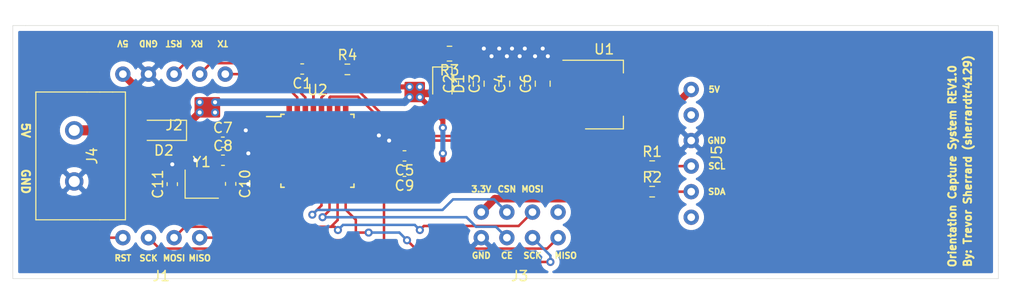
<source format=kicad_pcb>
(kicad_pcb (version 20171130) (host pcbnew 5.1.8-db9833491~88~ubuntu18.04.1)

  (general
    (thickness 1.6)
    (drawings 35)
    (tracks 251)
    (zones 0)
    (modules 25)
    (nets 36)
  )

  (page A4)
  (layers
    (0 F.Cu signal)
    (31 B.Cu signal)
    (32 B.Adhes user)
    (33 F.Adhes user)
    (34 B.Paste user)
    (35 F.Paste user)
    (36 B.SilkS user)
    (37 F.SilkS user)
    (38 B.Mask user)
    (39 F.Mask user)
    (40 Dwgs.User user)
    (41 Cmts.User user)
    (42 Eco1.User user)
    (43 Eco2.User user)
    (44 Edge.Cuts user)
    (45 Margin user)
    (46 B.CrtYd user)
    (47 F.CrtYd user)
    (48 B.Fab user)
    (49 F.Fab user)
  )

  (setup
    (last_trace_width 0.25)
    (user_trace_width 0.5)
    (user_trace_width 0.75)
    (user_trace_width 1)
    (trace_clearance 0.2)
    (zone_clearance 0.508)
    (zone_45_only no)
    (trace_min 0.2)
    (via_size 0.8)
    (via_drill 0.4)
    (via_min_size 0.4)
    (via_min_drill 0.3)
    (uvia_size 0.3)
    (uvia_drill 0.1)
    (uvias_allowed no)
    (uvia_min_size 0.2)
    (uvia_min_drill 0.1)
    (edge_width 0.05)
    (segment_width 0.2)
    (pcb_text_width 0.3)
    (pcb_text_size 1.5 1.5)
    (mod_edge_width 0.12)
    (mod_text_size 1 1)
    (mod_text_width 0.15)
    (pad_size 1.524 1.524)
    (pad_drill 0.762)
    (pad_to_mask_clearance 0)
    (aux_axis_origin 0 0)
    (visible_elements FFFFFF7F)
    (pcbplotparams
      (layerselection 0x010ff_ffffffff)
      (usegerberextensions true)
      (usegerberattributes false)
      (usegerberadvancedattributes true)
      (creategerberjobfile true)
      (excludeedgelayer true)
      (linewidth 0.100000)
      (plotframeref false)
      (viasonmask false)
      (mode 1)
      (useauxorigin false)
      (hpglpennumber 1)
      (hpglpenspeed 20)
      (hpglpendiameter 15.000000)
      (psnegative false)
      (psa4output false)
      (plotreference true)
      (plotvalue false)
      (plotinvisibletext false)
      (padsonsilk false)
      (subtractmaskfromsilk false)
      (outputformat 1)
      (mirror false)
      (drillshape 0)
      (scaleselection 1)
      (outputdirectory "/home/sherrardtr/Desktop/GerberFiles/WirelessOrientationCap/CPL_BOM/"))
  )

  (net 0 "")
  (net 1 "Net-(C1-Pad2)")
  (net 2 RESET_CONN)
  (net 3 GND)
  (net 4 +5V)
  (net 5 +3V3)
  (net 6 "Net-(C5-Pad2)")
  (net 7 XTAL1_CON)
  (net 8 XTAL2_CON)
  (net 9 "Net-(D1-Pad1)")
  (net 10 "Net-(D2-Pad2)")
  (net 11 MISO_CONN)
  (net 12 MOSI_CONN)
  (net 13 SCK_CONN)
  (net 14 TX_CONN)
  (net 15 RX_CONN)
  (net 16 CSN_CONN)
  (net 17 "Net-(J3-Pad5)")
  (net 18 CE_CONN)
  (net 19 "Net-(J5-Pad5)")
  (net 20 SCL_CONN)
  (net 21 SDA_CONN)
  (net 22 "Net-(J5-Pad1)")
  (net 23 "Net-(U2-Pad32)")
  (net 24 "Net-(U2-Pad26)")
  (net 25 "Net-(U2-Pad25)")
  (net 26 "Net-(U2-Pad24)")
  (net 27 "Net-(U2-Pad23)")
  (net 28 "Net-(U2-Pad22)")
  (net 29 "Net-(U2-Pad19)")
  (net 30 "Net-(U2-Pad12)")
  (net 31 "Net-(U2-Pad11)")
  (net 32 "Net-(U2-Pad10)")
  (net 33 "Net-(U2-Pad9)")
  (net 34 "Net-(U2-Pad2)")
  (net 35 "Net-(U2-Pad1)")

  (net_class Default "This is the default net class."
    (clearance 0.2)
    (trace_width 0.25)
    (via_dia 0.8)
    (via_drill 0.4)
    (uvia_dia 0.3)
    (uvia_drill 0.1)
    (add_net +3V3)
    (add_net +5V)
    (add_net CE_CONN)
    (add_net CSN_CONN)
    (add_net GND)
    (add_net MISO_CONN)
    (add_net MOSI_CONN)
    (add_net "Net-(C1-Pad2)")
    (add_net "Net-(C5-Pad2)")
    (add_net "Net-(D1-Pad1)")
    (add_net "Net-(D2-Pad2)")
    (add_net "Net-(J3-Pad5)")
    (add_net "Net-(J5-Pad1)")
    (add_net "Net-(J5-Pad5)")
    (add_net "Net-(U2-Pad1)")
    (add_net "Net-(U2-Pad10)")
    (add_net "Net-(U2-Pad11)")
    (add_net "Net-(U2-Pad12)")
    (add_net "Net-(U2-Pad19)")
    (add_net "Net-(U2-Pad2)")
    (add_net "Net-(U2-Pad22)")
    (add_net "Net-(U2-Pad23)")
    (add_net "Net-(U2-Pad24)")
    (add_net "Net-(U2-Pad25)")
    (add_net "Net-(U2-Pad26)")
    (add_net "Net-(U2-Pad32)")
    (add_net "Net-(U2-Pad9)")
    (add_net RESET_CONN)
    (add_net RX_CONN)
    (add_net SCK_CONN)
    (add_net SCL_CONN)
    (add_net SDA_CONN)
    (add_net TX_CONN)
    (add_net XTAL1_CON)
    (add_net XTAL2_CON)
  )

  (module bryx-comp-lib:TwoByFourPins (layer F.Cu) (tedit 60196F10) (tstamp 6019CBBF)
    (at 158.242 104.902)
    (path /601D231D)
    (fp_text reference J3 (at 0 5.08) (layer F.SilkS)
      (effects (font (size 1 1) (thickness 0.15)))
    )
    (fp_text value "NRF24L01 Radio Conn" (at 0 3.81) (layer F.Fab)
      (effects (font (size 1 1) (thickness 0.15)))
    )
    (pad 8 thru_hole circle (at -3.81 -1.27) (size 1.524 1.524) (drill 0.762) (layers *.Cu *.Mask)
      (net 5 +3V3))
    (pad 7 thru_hole circle (at -1.27 -1.27) (size 1.524 1.524) (drill 0.762) (layers *.Cu *.Mask)
      (net 16 CSN_CONN))
    (pad 6 thru_hole circle (at 1.27 -1.27) (size 1.524 1.524) (drill 0.762) (layers *.Cu *.Mask)
      (net 12 MOSI_CONN))
    (pad 5 thru_hole circle (at 3.81 -1.27) (size 1.524 1.524) (drill 0.762) (layers *.Cu *.Mask)
      (net 17 "Net-(J3-Pad5)"))
    (pad 4 thru_hole circle (at 3.81 1.27) (size 1.524 1.524) (drill 0.762) (layers *.Cu *.Mask)
      (net 11 MISO_CONN))
    (pad 3 thru_hole circle (at 1.27 1.27) (size 1.524 1.524) (drill 0.762) (layers *.Cu *.Mask)
      (net 13 SCK_CONN))
    (pad 2 thru_hole circle (at -1.27 1.27) (size 1.524 1.524) (drill 0.762) (layers *.Cu *.Mask)
      (net 18 CE_CONN))
    (pad 1 thru_hole circle (at -3.81 1.27) (size 1.524 1.524) (drill 0.762) (layers *.Cu *.Mask)
      (net 3 GND))
  )

  (module Crystal:Crystal_SMD_2520-4Pin_2.5x2.0mm (layer F.Cu) (tedit 5A0FD1B2) (tstamp 6019CC80)
    (at 126.6965 100.8492)
    (descr "SMD Crystal SERIES SMD2520/4 http://www.newxtal.com/UploadFiles/Images/2012-11-12-09-29-09-776.pdf, 2.5x2.0mm^2 package")
    (tags "SMD SMT crystal")
    (path /60192078)
    (attr smd)
    (fp_text reference Y1 (at 0 -2.2) (layer F.SilkS)
      (effects (font (size 1 1) (thickness 0.15)))
    )
    (fp_text value 16Mhz (at 0 2.2) (layer F.Fab)
      (effects (font (size 1 1) (thickness 0.15)))
    )
    (fp_text user %R (at 0 0) (layer F.Fab)
      (effects (font (size 0.6 0.6) (thickness 0.09)))
    )
    (fp_line (start -1.15 -1) (end 1.15 -1) (layer F.Fab) (width 0.1))
    (fp_line (start 1.15 -1) (end 1.25 -0.9) (layer F.Fab) (width 0.1))
    (fp_line (start 1.25 -0.9) (end 1.25 0.9) (layer F.Fab) (width 0.1))
    (fp_line (start 1.25 0.9) (end 1.15 1) (layer F.Fab) (width 0.1))
    (fp_line (start 1.15 1) (end -1.15 1) (layer F.Fab) (width 0.1))
    (fp_line (start -1.15 1) (end -1.25 0.9) (layer F.Fab) (width 0.1))
    (fp_line (start -1.25 0.9) (end -1.25 -0.9) (layer F.Fab) (width 0.1))
    (fp_line (start -1.25 -0.9) (end -1.15 -1) (layer F.Fab) (width 0.1))
    (fp_line (start -1.25 0) (end -0.25 1) (layer F.Fab) (width 0.1))
    (fp_line (start -1.65 -1.4) (end -1.65 1.4) (layer F.SilkS) (width 0.12))
    (fp_line (start -1.65 1.4) (end 1.65 1.4) (layer F.SilkS) (width 0.12))
    (fp_line (start -1.7 -1.5) (end -1.7 1.5) (layer F.CrtYd) (width 0.05))
    (fp_line (start -1.7 1.5) (end 1.7 1.5) (layer F.CrtYd) (width 0.05))
    (fp_line (start 1.7 1.5) (end 1.7 -1.5) (layer F.CrtYd) (width 0.05))
    (fp_line (start 1.7 -1.5) (end -1.7 -1.5) (layer F.CrtYd) (width 0.05))
    (pad 4 smd rect (at -0.875 -0.7) (size 1.15 1) (layers F.Cu F.Paste F.Mask)
      (net 3 GND))
    (pad 3 smd rect (at 0.875 -0.7) (size 1.15 1) (layers F.Cu F.Paste F.Mask)
      (net 7 XTAL1_CON))
    (pad 2 smd rect (at 0.875 0.7) (size 1.15 1) (layers F.Cu F.Paste F.Mask)
      (net 3 GND))
    (pad 1 smd rect (at -0.875 0.7) (size 1.15 1) (layers F.Cu F.Paste F.Mask)
      (net 8 XTAL2_CON))
    (model ${KISYS3DMOD}/Crystal.3dshapes/Crystal_SMD_2520-4Pin_2.5x2.0mm.wrl
      (at (xyz 0 0 0))
      (scale (xyz 1 1 1))
      (rotate (xyz 0 0 0))
    )
  )

  (module Package_QFP:TQFP-32_7x7mm_P0.8mm (layer F.Cu) (tedit 5A02F146) (tstamp 6019CC68)
    (at 138.176 97.536)
    (descr "32-Lead Plastic Thin Quad Flatpack (PT) - 7x7x1.0 mm Body, 2.00 mm [TQFP] (see Microchip Packaging Specification 00000049BS.pdf)")
    (tags "QFP 0.8")
    (path /60188740)
    (attr smd)
    (fp_text reference U2 (at 0 -6.05) (layer F.SilkS)
      (effects (font (size 1 1) (thickness 0.15)))
    )
    (fp_text value ATmega328P-AU (at 0 6.05) (layer F.Fab)
      (effects (font (size 1 1) (thickness 0.15)))
    )
    (fp_text user %R (at 0 0) (layer F.Fab)
      (effects (font (size 1 1) (thickness 0.15)))
    )
    (fp_line (start -2.5 -3.5) (end 3.5 -3.5) (layer F.Fab) (width 0.15))
    (fp_line (start 3.5 -3.5) (end 3.5 3.5) (layer F.Fab) (width 0.15))
    (fp_line (start 3.5 3.5) (end -3.5 3.5) (layer F.Fab) (width 0.15))
    (fp_line (start -3.5 3.5) (end -3.5 -2.5) (layer F.Fab) (width 0.15))
    (fp_line (start -3.5 -2.5) (end -2.5 -3.5) (layer F.Fab) (width 0.15))
    (fp_line (start -5.3 -5.3) (end -5.3 5.3) (layer F.CrtYd) (width 0.05))
    (fp_line (start 5.3 -5.3) (end 5.3 5.3) (layer F.CrtYd) (width 0.05))
    (fp_line (start -5.3 -5.3) (end 5.3 -5.3) (layer F.CrtYd) (width 0.05))
    (fp_line (start -5.3 5.3) (end 5.3 5.3) (layer F.CrtYd) (width 0.05))
    (fp_line (start -3.625 -3.625) (end -3.625 -3.4) (layer F.SilkS) (width 0.15))
    (fp_line (start 3.625 -3.625) (end 3.625 -3.3) (layer F.SilkS) (width 0.15))
    (fp_line (start 3.625 3.625) (end 3.625 3.3) (layer F.SilkS) (width 0.15))
    (fp_line (start -3.625 3.625) (end -3.625 3.3) (layer F.SilkS) (width 0.15))
    (fp_line (start -3.625 -3.625) (end -3.3 -3.625) (layer F.SilkS) (width 0.15))
    (fp_line (start -3.625 3.625) (end -3.3 3.625) (layer F.SilkS) (width 0.15))
    (fp_line (start 3.625 3.625) (end 3.3 3.625) (layer F.SilkS) (width 0.15))
    (fp_line (start 3.625 -3.625) (end 3.3 -3.625) (layer F.SilkS) (width 0.15))
    (fp_line (start -3.625 -3.4) (end -5.05 -3.4) (layer F.SilkS) (width 0.15))
    (pad 32 smd rect (at -2.8 -4.25 90) (size 1.6 0.55) (layers F.Cu F.Paste F.Mask)
      (net 23 "Net-(U2-Pad32)"))
    (pad 31 smd rect (at -2 -4.25 90) (size 1.6 0.55) (layers F.Cu F.Paste F.Mask)
      (net 14 TX_CONN))
    (pad 30 smd rect (at -1.2 -4.25 90) (size 1.6 0.55) (layers F.Cu F.Paste F.Mask)
      (net 15 RX_CONN))
    (pad 29 smd rect (at -0.4 -4.25 90) (size 1.6 0.55) (layers F.Cu F.Paste F.Mask)
      (net 2 RESET_CONN))
    (pad 28 smd rect (at 0.4 -4.25 90) (size 1.6 0.55) (layers F.Cu F.Paste F.Mask)
      (net 20 SCL_CONN))
    (pad 27 smd rect (at 1.2 -4.25 90) (size 1.6 0.55) (layers F.Cu F.Paste F.Mask)
      (net 21 SDA_CONN))
    (pad 26 smd rect (at 2 -4.25 90) (size 1.6 0.55) (layers F.Cu F.Paste F.Mask)
      (net 24 "Net-(U2-Pad26)"))
    (pad 25 smd rect (at 2.8 -4.25 90) (size 1.6 0.55) (layers F.Cu F.Paste F.Mask)
      (net 25 "Net-(U2-Pad25)"))
    (pad 24 smd rect (at 4.25 -2.8) (size 1.6 0.55) (layers F.Cu F.Paste F.Mask)
      (net 26 "Net-(U2-Pad24)"))
    (pad 23 smd rect (at 4.25 -2) (size 1.6 0.55) (layers F.Cu F.Paste F.Mask)
      (net 27 "Net-(U2-Pad23)"))
    (pad 22 smd rect (at 4.25 -1.2) (size 1.6 0.55) (layers F.Cu F.Paste F.Mask)
      (net 28 "Net-(U2-Pad22)"))
    (pad 21 smd rect (at 4.25 -0.4) (size 1.6 0.55) (layers F.Cu F.Paste F.Mask)
      (net 3 GND))
    (pad 20 smd rect (at 4.25 0.4) (size 1.6 0.55) (layers F.Cu F.Paste F.Mask)
      (net 6 "Net-(C5-Pad2)"))
    (pad 19 smd rect (at 4.25 1.2) (size 1.6 0.55) (layers F.Cu F.Paste F.Mask)
      (net 29 "Net-(U2-Pad19)"))
    (pad 18 smd rect (at 4.25 2) (size 1.6 0.55) (layers F.Cu F.Paste F.Mask)
      (net 4 +5V))
    (pad 17 smd rect (at 4.25 2.8) (size 1.6 0.55) (layers F.Cu F.Paste F.Mask)
      (net 13 SCK_CONN))
    (pad 16 smd rect (at 2.8 4.25 90) (size 1.6 0.55) (layers F.Cu F.Paste F.Mask)
      (net 11 MISO_CONN))
    (pad 15 smd rect (at 2 4.25 90) (size 1.6 0.55) (layers F.Cu F.Paste F.Mask)
      (net 12 MOSI_CONN))
    (pad 14 smd rect (at 1.2 4.25 90) (size 1.6 0.55) (layers F.Cu F.Paste F.Mask)
      (net 18 CE_CONN))
    (pad 13 smd rect (at 0.4 4.25 90) (size 1.6 0.55) (layers F.Cu F.Paste F.Mask)
      (net 16 CSN_CONN))
    (pad 12 smd rect (at -0.4 4.25 90) (size 1.6 0.55) (layers F.Cu F.Paste F.Mask)
      (net 30 "Net-(U2-Pad12)"))
    (pad 11 smd rect (at -1.2 4.25 90) (size 1.6 0.55) (layers F.Cu F.Paste F.Mask)
      (net 31 "Net-(U2-Pad11)"))
    (pad 10 smd rect (at -2 4.25 90) (size 1.6 0.55) (layers F.Cu F.Paste F.Mask)
      (net 32 "Net-(U2-Pad10)"))
    (pad 9 smd rect (at -2.8 4.25 90) (size 1.6 0.55) (layers F.Cu F.Paste F.Mask)
      (net 33 "Net-(U2-Pad9)"))
    (pad 8 smd rect (at -4.25 2.8) (size 1.6 0.55) (layers F.Cu F.Paste F.Mask)
      (net 8 XTAL2_CON))
    (pad 7 smd rect (at -4.25 2) (size 1.6 0.55) (layers F.Cu F.Paste F.Mask)
      (net 7 XTAL1_CON))
    (pad 6 smd rect (at -4.25 1.2) (size 1.6 0.55) (layers F.Cu F.Paste F.Mask)
      (net 4 +5V))
    (pad 5 smd rect (at -4.25 0.4) (size 1.6 0.55) (layers F.Cu F.Paste F.Mask)
      (net 3 GND))
    (pad 4 smd rect (at -4.25 -0.4) (size 1.6 0.55) (layers F.Cu F.Paste F.Mask)
      (net 4 +5V))
    (pad 3 smd rect (at -4.25 -1.2) (size 1.6 0.55) (layers F.Cu F.Paste F.Mask)
      (net 3 GND))
    (pad 2 smd rect (at -4.25 -2) (size 1.6 0.55) (layers F.Cu F.Paste F.Mask)
      (net 34 "Net-(U2-Pad2)"))
    (pad 1 smd rect (at -4.25 -2.8) (size 1.6 0.55) (layers F.Cu F.Paste F.Mask)
      (net 35 "Net-(U2-Pad1)"))
    (model ${KISYS3DMOD}/Package_QFP.3dshapes/TQFP-32_7x7mm_P0.8mm.wrl
      (at (xyz 0 0 0))
      (scale (xyz 1 1 1))
      (rotate (xyz 0 0 0))
    )
  )

  (module Package_TO_SOT_SMD:SOT-223-3_TabPin2 (layer F.Cu) (tedit 5A02FF57) (tstamp 6019CC31)
    (at 166.624 91.948)
    (descr "module CMS SOT223 4 pins")
    (tags "CMS SOT")
    (path /6019A0F6)
    (attr smd)
    (fp_text reference U1 (at 0 -4.5) (layer F.SilkS)
      (effects (font (size 1 1) (thickness 0.15)))
    )
    (fp_text value AMS1117-3.3 (at 0 4.5) (layer F.Fab)
      (effects (font (size 1 1) (thickness 0.15)))
    )
    (fp_text user %R (at 0 0 90) (layer F.Fab)
      (effects (font (size 0.8 0.8) (thickness 0.12)))
    )
    (fp_line (start 1.91 3.41) (end 1.91 2.15) (layer F.SilkS) (width 0.12))
    (fp_line (start 1.91 -3.41) (end 1.91 -2.15) (layer F.SilkS) (width 0.12))
    (fp_line (start 4.4 -3.6) (end -4.4 -3.6) (layer F.CrtYd) (width 0.05))
    (fp_line (start 4.4 3.6) (end 4.4 -3.6) (layer F.CrtYd) (width 0.05))
    (fp_line (start -4.4 3.6) (end 4.4 3.6) (layer F.CrtYd) (width 0.05))
    (fp_line (start -4.4 -3.6) (end -4.4 3.6) (layer F.CrtYd) (width 0.05))
    (fp_line (start -1.85 -2.35) (end -0.85 -3.35) (layer F.Fab) (width 0.1))
    (fp_line (start -1.85 -2.35) (end -1.85 3.35) (layer F.Fab) (width 0.1))
    (fp_line (start -1.85 3.41) (end 1.91 3.41) (layer F.SilkS) (width 0.12))
    (fp_line (start -0.85 -3.35) (end 1.85 -3.35) (layer F.Fab) (width 0.1))
    (fp_line (start -4.1 -3.41) (end 1.91 -3.41) (layer F.SilkS) (width 0.12))
    (fp_line (start -1.85 3.35) (end 1.85 3.35) (layer F.Fab) (width 0.1))
    (fp_line (start 1.85 -3.35) (end 1.85 3.35) (layer F.Fab) (width 0.1))
    (pad 1 smd rect (at -3.15 -2.3) (size 2 1.5) (layers F.Cu F.Paste F.Mask)
      (net 3 GND))
    (pad 3 smd rect (at -3.15 2.3) (size 2 1.5) (layers F.Cu F.Paste F.Mask)
      (net 4 +5V))
    (pad 2 smd rect (at -3.15 0) (size 2 1.5) (layers F.Cu F.Paste F.Mask)
      (net 5 +3V3))
    (pad 2 smd rect (at 3.15 0) (size 2 3.8) (layers F.Cu F.Paste F.Mask)
      (net 5 +3V3))
    (model ${KISYS3DMOD}/Package_TO_SOT_SMD.3dshapes/SOT-223.wrl
      (at (xyz 0 0 0))
      (scale (xyz 1 1 1))
      (rotate (xyz 0 0 0))
    )
  )

  (module Resistor_SMD:R_0603_1608Metric (layer F.Cu) (tedit 5F68FEEE) (tstamp 6019CC1B)
    (at 141.1483 89.4461)
    (descr "Resistor SMD 0603 (1608 Metric), square (rectangular) end terminal, IPC_7351 nominal, (Body size source: IPC-SM-782 page 72, https://www.pcb-3d.com/wordpress/wp-content/uploads/ipc-sm-782a_amendment_1_and_2.pdf), generated with kicad-footprint-generator")
    (tags resistor)
    (path /601AB210)
    (attr smd)
    (fp_text reference R4 (at 0 -1.43) (layer F.SilkS)
      (effects (font (size 1 1) (thickness 0.15)))
    )
    (fp_text value 10k (at 0 1.43) (layer F.Fab)
      (effects (font (size 1 1) (thickness 0.15)))
    )
    (fp_text user %R (at 0 0) (layer F.Fab)
      (effects (font (size 0.4 0.4) (thickness 0.06)))
    )
    (fp_line (start -0.8 0.4125) (end -0.8 -0.4125) (layer F.Fab) (width 0.1))
    (fp_line (start -0.8 -0.4125) (end 0.8 -0.4125) (layer F.Fab) (width 0.1))
    (fp_line (start 0.8 -0.4125) (end 0.8 0.4125) (layer F.Fab) (width 0.1))
    (fp_line (start 0.8 0.4125) (end -0.8 0.4125) (layer F.Fab) (width 0.1))
    (fp_line (start -0.237258 -0.5225) (end 0.237258 -0.5225) (layer F.SilkS) (width 0.12))
    (fp_line (start -0.237258 0.5225) (end 0.237258 0.5225) (layer F.SilkS) (width 0.12))
    (fp_line (start -1.48 0.73) (end -1.48 -0.73) (layer F.CrtYd) (width 0.05))
    (fp_line (start -1.48 -0.73) (end 1.48 -0.73) (layer F.CrtYd) (width 0.05))
    (fp_line (start 1.48 -0.73) (end 1.48 0.73) (layer F.CrtYd) (width 0.05))
    (fp_line (start 1.48 0.73) (end -1.48 0.73) (layer F.CrtYd) (width 0.05))
    (pad 2 smd roundrect (at 0.825 0) (size 0.8 0.95) (layers F.Cu F.Paste F.Mask) (roundrect_rratio 0.25)
      (net 4 +5V))
    (pad 1 smd roundrect (at -0.825 0) (size 0.8 0.95) (layers F.Cu F.Paste F.Mask) (roundrect_rratio 0.25)
      (net 2 RESET_CONN))
    (model ${KISYS3DMOD}/Resistor_SMD.3dshapes/R_0603_1608Metric.wrl
      (at (xyz 0 0 0))
      (scale (xyz 1 1 1))
      (rotate (xyz 0 0 0))
    )
  )

  (module Resistor_SMD:R_0805_2012Metric (layer F.Cu) (tedit 5F68FEEE) (tstamp 6019CC0A)
    (at 151.2805 87.884 180)
    (descr "Resistor SMD 0805 (2012 Metric), square (rectangular) end terminal, IPC_7351 nominal, (Body size source: IPC-SM-782 page 72, https://www.pcb-3d.com/wordpress/wp-content/uploads/ipc-sm-782a_amendment_1_and_2.pdf), generated with kicad-footprint-generator")
    (tags resistor)
    (path /601CAF98)
    (attr smd)
    (fp_text reference R3 (at 0 -1.65) (layer F.SilkS)
      (effects (font (size 1 1) (thickness 0.15)))
    )
    (fp_text value 4.7 (at 0 1.65) (layer F.Fab)
      (effects (font (size 1 1) (thickness 0.15)))
    )
    (fp_text user %R (at 0 0) (layer F.Fab)
      (effects (font (size 0.5 0.5) (thickness 0.08)))
    )
    (fp_line (start -1 0.625) (end -1 -0.625) (layer F.Fab) (width 0.1))
    (fp_line (start -1 -0.625) (end 1 -0.625) (layer F.Fab) (width 0.1))
    (fp_line (start 1 -0.625) (end 1 0.625) (layer F.Fab) (width 0.1))
    (fp_line (start 1 0.625) (end -1 0.625) (layer F.Fab) (width 0.1))
    (fp_line (start -0.227064 -0.735) (end 0.227064 -0.735) (layer F.SilkS) (width 0.12))
    (fp_line (start -0.227064 0.735) (end 0.227064 0.735) (layer F.SilkS) (width 0.12))
    (fp_line (start -1.68 0.95) (end -1.68 -0.95) (layer F.CrtYd) (width 0.05))
    (fp_line (start -1.68 -0.95) (end 1.68 -0.95) (layer F.CrtYd) (width 0.05))
    (fp_line (start 1.68 -0.95) (end 1.68 0.95) (layer F.CrtYd) (width 0.05))
    (fp_line (start 1.68 0.95) (end -1.68 0.95) (layer F.CrtYd) (width 0.05))
    (pad 2 smd roundrect (at 0.9125 0 180) (size 1.025 1.4) (layers F.Cu F.Paste F.Mask) (roundrect_rratio 0.2439014634146341)
      (net 9 "Net-(D1-Pad1)"))
    (pad 1 smd roundrect (at -0.9125 0 180) (size 1.025 1.4) (layers F.Cu F.Paste F.Mask) (roundrect_rratio 0.2439014634146341)
      (net 3 GND))
    (model ${KISYS3DMOD}/Resistor_SMD.3dshapes/R_0805_2012Metric.wrl
      (at (xyz 0 0 0))
      (scale (xyz 1 1 1))
      (rotate (xyz 0 0 0))
    )
  )

  (module Resistor_SMD:R_0603_1608Metric (layer F.Cu) (tedit 5F68FEEE) (tstamp 6019CBF9)
    (at 171.387 101.6)
    (descr "Resistor SMD 0603 (1608 Metric), square (rectangular) end terminal, IPC_7351 nominal, (Body size source: IPC-SM-782 page 72, https://www.pcb-3d.com/wordpress/wp-content/uploads/ipc-sm-782a_amendment_1_and_2.pdf), generated with kicad-footprint-generator")
    (tags resistor)
    (path /601A14E3)
    (attr smd)
    (fp_text reference R2 (at 0 -1.43) (layer F.SilkS)
      (effects (font (size 1 1) (thickness 0.15)))
    )
    (fp_text value 10k (at 0 1.43) (layer F.Fab)
      (effects (font (size 1 1) (thickness 0.15)))
    )
    (fp_text user %R (at 0 0) (layer F.Fab)
      (effects (font (size 0.4 0.4) (thickness 0.06)))
    )
    (fp_line (start -0.8 0.4125) (end -0.8 -0.4125) (layer F.Fab) (width 0.1))
    (fp_line (start -0.8 -0.4125) (end 0.8 -0.4125) (layer F.Fab) (width 0.1))
    (fp_line (start 0.8 -0.4125) (end 0.8 0.4125) (layer F.Fab) (width 0.1))
    (fp_line (start 0.8 0.4125) (end -0.8 0.4125) (layer F.Fab) (width 0.1))
    (fp_line (start -0.237258 -0.5225) (end 0.237258 -0.5225) (layer F.SilkS) (width 0.12))
    (fp_line (start -0.237258 0.5225) (end 0.237258 0.5225) (layer F.SilkS) (width 0.12))
    (fp_line (start -1.48 0.73) (end -1.48 -0.73) (layer F.CrtYd) (width 0.05))
    (fp_line (start -1.48 -0.73) (end 1.48 -0.73) (layer F.CrtYd) (width 0.05))
    (fp_line (start 1.48 -0.73) (end 1.48 0.73) (layer F.CrtYd) (width 0.05))
    (fp_line (start 1.48 0.73) (end -1.48 0.73) (layer F.CrtYd) (width 0.05))
    (pad 2 smd roundrect (at 0.825 0) (size 0.8 0.95) (layers F.Cu F.Paste F.Mask) (roundrect_rratio 0.25)
      (net 21 SDA_CONN))
    (pad 1 smd roundrect (at -0.825 0) (size 0.8 0.95) (layers F.Cu F.Paste F.Mask) (roundrect_rratio 0.25)
      (net 4 +5V))
    (model ${KISYS3DMOD}/Resistor_SMD.3dshapes/R_0603_1608Metric.wrl
      (at (xyz 0 0 0))
      (scale (xyz 1 1 1))
      (rotate (xyz 0 0 0))
    )
  )

  (module Resistor_SMD:R_0603_1608Metric (layer F.Cu) (tedit 5F68FEEE) (tstamp 6019CBE8)
    (at 171.387 99.06)
    (descr "Resistor SMD 0603 (1608 Metric), square (rectangular) end terminal, IPC_7351 nominal, (Body size source: IPC-SM-782 page 72, https://www.pcb-3d.com/wordpress/wp-content/uploads/ipc-sm-782a_amendment_1_and_2.pdf), generated with kicad-footprint-generator")
    (tags resistor)
    (path /601A18D0)
    (attr smd)
    (fp_text reference R1 (at 0 -1.43) (layer F.SilkS)
      (effects (font (size 1 1) (thickness 0.15)))
    )
    (fp_text value 10k (at 0 1.43) (layer F.Fab)
      (effects (font (size 1 1) (thickness 0.15)))
    )
    (fp_text user %R (at 0 0) (layer F.Fab)
      (effects (font (size 0.4 0.4) (thickness 0.06)))
    )
    (fp_line (start -0.8 0.4125) (end -0.8 -0.4125) (layer F.Fab) (width 0.1))
    (fp_line (start -0.8 -0.4125) (end 0.8 -0.4125) (layer F.Fab) (width 0.1))
    (fp_line (start 0.8 -0.4125) (end 0.8 0.4125) (layer F.Fab) (width 0.1))
    (fp_line (start 0.8 0.4125) (end -0.8 0.4125) (layer F.Fab) (width 0.1))
    (fp_line (start -0.237258 -0.5225) (end 0.237258 -0.5225) (layer F.SilkS) (width 0.12))
    (fp_line (start -0.237258 0.5225) (end 0.237258 0.5225) (layer F.SilkS) (width 0.12))
    (fp_line (start -1.48 0.73) (end -1.48 -0.73) (layer F.CrtYd) (width 0.05))
    (fp_line (start -1.48 -0.73) (end 1.48 -0.73) (layer F.CrtYd) (width 0.05))
    (fp_line (start 1.48 -0.73) (end 1.48 0.73) (layer F.CrtYd) (width 0.05))
    (fp_line (start 1.48 0.73) (end -1.48 0.73) (layer F.CrtYd) (width 0.05))
    (pad 2 smd roundrect (at 0.825 0) (size 0.8 0.95) (layers F.Cu F.Paste F.Mask) (roundrect_rratio 0.25)
      (net 20 SCL_CONN))
    (pad 1 smd roundrect (at -0.825 0) (size 0.8 0.95) (layers F.Cu F.Paste F.Mask) (roundrect_rratio 0.25)
      (net 4 +5V))
    (model ${KISYS3DMOD}/Resistor_SMD.3dshapes/R_0603_1608Metric.wrl
      (at (xyz 0 0 0))
      (scale (xyz 1 1 1))
      (rotate (xyz 0 0 0))
    )
  )

  (module bryx-comp-lib:sixPinConn (layer F.Cu) (tedit 60196562) (tstamp 6019CBD7)
    (at 175.26 97.79 90)
    (path /601AFE53)
    (fp_text reference J5 (at -0.05 2.54 90) (layer F.SilkS)
      (effects (font (size 1 1) (thickness 0.15)))
    )
    (fp_text value "BNO055 Sensor Breakout" (at 0 1.27 90) (layer F.Fab)
      (effects (font (size 1 1) (thickness 0.15)))
    )
    (pad 6 thru_hole circle (at 6.35 0 90) (size 1.524 1.524) (drill 0.762) (layers *.Cu *.Mask)
      (net 4 +5V))
    (pad 5 thru_hole circle (at 3.81 0 90) (size 1.524 1.524) (drill 0.762) (layers *.Cu *.Mask)
      (net 19 "Net-(J5-Pad5)"))
    (pad 4 thru_hole circle (at 1.27 0 90) (size 1.524 1.524) (drill 0.762) (layers *.Cu *.Mask)
      (net 3 GND))
    (pad 3 thru_hole circle (at -1.27 0 90) (size 1.524 1.524) (drill 0.762) (layers *.Cu *.Mask)
      (net 20 SCL_CONN))
    (pad 2 thru_hole circle (at -3.81 0 90) (size 1.524 1.524) (drill 0.762) (layers *.Cu *.Mask)
      (net 21 SDA_CONN))
    (pad 1 thru_hole circle (at -6.35 0 90) (size 1.524 1.524) (drill 0.762) (layers *.Cu *.Mask)
      (net 22 "Net-(J5-Pad1)"))
  )

  (module bryx-comp-lib:2-pinScrewTerm (layer F.Cu) (tedit 5F9AFCD0) (tstamp 6019CBCD)
    (at 115.316 98.044 90)
    (path /601BF1D5)
    (fp_text reference J4 (at 0 0.5 90) (layer F.SilkS)
      (effects (font (size 1 1) (thickness 0.15)))
    )
    (fp_text value "Input Power" (at 0 -0.5 90) (layer F.Fab)
      (effects (font (size 1 1) (thickness 0.15)))
    )
    (fp_line (start 6.35 2.54) (end 6.35 1.27) (layer F.SilkS) (width 0.12))
    (fp_line (start -6.35 -5.08) (end -6.35 1.27) (layer F.SilkS) (width 0.12))
    (fp_line (start 6.35 -5.08) (end -6.35 -5.08) (layer F.SilkS) (width 0.12))
    (fp_line (start 6.35 -5.08) (end 6.35 0) (layer F.SilkS) (width 0.12))
    (fp_line (start 6.35 0) (end 6.35 1.27) (layer F.SilkS) (width 0.12))
    (fp_line (start 6.35 2.54) (end 6.35 3.81) (layer F.SilkS) (width 0.12))
    (fp_line (start -6.35 1.27) (end -6.35 3.81) (layer F.SilkS) (width 0.12))
    (fp_line (start -6.35 3.81) (end 6.35 3.81) (layer F.SilkS) (width 0.12))
    (pad 2 thru_hole circle (at 2.54 -1.27 90) (size 1.824 1.824) (drill 1.1) (layers *.Cu *.Mask)
      (net 10 "Net-(D2-Pad2)"))
    (pad 1 thru_hole circle (at -2.54 -1.27 90) (size 1.824 1.824) (drill 1.1) (layers *.Cu *.Mask)
      (net 3 GND))
  )

  (module bryx-comp-lib:fivePinConn (layer F.Cu) (tedit 5FF4AD79) (tstamp 6019CBB3)
    (at 123.952 89.916)
    (path /601A41B9)
    (fp_text reference J2 (at 0 5.08) (layer F.SilkS)
      (effects (font (size 1 1) (thickness 0.15)))
    )
    (fp_text value Prog_Pins (at 0 3.81) (layer F.Fab)
      (effects (font (size 1 1) (thickness 0.15)))
    )
    (pad 5 thru_hole circle (at 5.08 0) (size 1.524 1.524) (drill 0.762) (layers *.Cu *.Mask)
      (net 14 TX_CONN))
    (pad 4 thru_hole circle (at 2.54 0) (size 1.524 1.524) (drill 0.762) (layers *.Cu *.Mask)
      (net 15 RX_CONN))
    (pad 1 thru_hole circle (at -5.08 0) (size 1.524 1.524) (drill 0.762) (layers *.Cu *.Mask)
      (net 4 +5V))
    (pad 2 thru_hole circle (at -2.54 0) (size 1.524 1.524) (drill 0.762) (layers *.Cu *.Mask)
      (net 3 GND))
    (pad 3 thru_hole circle (at 0 0) (size 1.524 1.524) (drill 0.762) (layers *.Cu *.Mask)
      (net 1 "Net-(C1-Pad2)"))
  )

  (module bryx-comp-lib:fourPinConn (layer F.Cu) (tedit 5FF4AD90) (tstamp 6019CBAA)
    (at 122.682 106.172)
    (path /601B64A0)
    (fp_text reference J1 (at 0 3.81) (layer F.SilkS)
      (effects (font (size 1 1) (thickness 0.15)))
    )
    (fp_text value bootloaderFlashPins (at 0 2.54) (layer F.Fab)
      (effects (font (size 1 1) (thickness 0.15)))
    )
    (pad 4 thru_hole circle (at 3.81 0) (size 1.524 1.524) (drill 0.762) (layers *.Cu *.Mask)
      (net 11 MISO_CONN))
    (pad 3 thru_hole circle (at 1.27 0) (size 1.524 1.524) (drill 0.762) (layers *.Cu *.Mask)
      (net 12 MOSI_CONN))
    (pad 2 thru_hole circle (at -1.27 0) (size 1.524 1.524) (drill 0.762) (layers *.Cu *.Mask)
      (net 13 SCK_CONN))
    (pad 1 thru_hole circle (at -3.81 0) (size 1.524 1.524) (drill 0.762) (layers *.Cu *.Mask)
      (net 2 RESET_CONN))
  )

  (module Diode_SMD:D_SOD-123 (layer F.Cu) (tedit 58645DC7) (tstamp 6019CBA2)
    (at 122.936 95.504 180)
    (descr SOD-123)
    (tags SOD-123)
    (path /601F1EBE)
    (attr smd)
    (fp_text reference D2 (at 0 -2) (layer F.SilkS)
      (effects (font (size 1 1) (thickness 0.15)))
    )
    (fp_text value D_in (at 0 2.1) (layer F.Fab)
      (effects (font (size 1 1) (thickness 0.15)))
    )
    (fp_text user %R (at 0 -2) (layer F.Fab)
      (effects (font (size 1 1) (thickness 0.15)))
    )
    (fp_line (start -2.25 -1) (end -2.25 1) (layer F.SilkS) (width 0.12))
    (fp_line (start 0.25 0) (end 0.75 0) (layer F.Fab) (width 0.1))
    (fp_line (start 0.25 0.4) (end -0.35 0) (layer F.Fab) (width 0.1))
    (fp_line (start 0.25 -0.4) (end 0.25 0.4) (layer F.Fab) (width 0.1))
    (fp_line (start -0.35 0) (end 0.25 -0.4) (layer F.Fab) (width 0.1))
    (fp_line (start -0.35 0) (end -0.35 0.55) (layer F.Fab) (width 0.1))
    (fp_line (start -0.35 0) (end -0.35 -0.55) (layer F.Fab) (width 0.1))
    (fp_line (start -0.75 0) (end -0.35 0) (layer F.Fab) (width 0.1))
    (fp_line (start -1.4 0.9) (end -1.4 -0.9) (layer F.Fab) (width 0.1))
    (fp_line (start 1.4 0.9) (end -1.4 0.9) (layer F.Fab) (width 0.1))
    (fp_line (start 1.4 -0.9) (end 1.4 0.9) (layer F.Fab) (width 0.1))
    (fp_line (start -1.4 -0.9) (end 1.4 -0.9) (layer F.Fab) (width 0.1))
    (fp_line (start -2.35 -1.15) (end 2.35 -1.15) (layer F.CrtYd) (width 0.05))
    (fp_line (start 2.35 -1.15) (end 2.35 1.15) (layer F.CrtYd) (width 0.05))
    (fp_line (start 2.35 1.15) (end -2.35 1.15) (layer F.CrtYd) (width 0.05))
    (fp_line (start -2.35 -1.15) (end -2.35 1.15) (layer F.CrtYd) (width 0.05))
    (fp_line (start -2.25 1) (end 1.65 1) (layer F.SilkS) (width 0.12))
    (fp_line (start -2.25 -1) (end 1.65 -1) (layer F.SilkS) (width 0.12))
    (pad 2 smd rect (at 1.65 0 180) (size 0.9 1.2) (layers F.Cu F.Paste F.Mask)
      (net 10 "Net-(D2-Pad2)"))
    (pad 1 smd rect (at -1.65 0 180) (size 0.9 1.2) (layers F.Cu F.Paste F.Mask)
      (net 4 +5V))
    (model ${KISYS3DMOD}/Diode_SMD.3dshapes/D_SOD-123.wrl
      (at (xyz 0 0 0))
      (scale (xyz 1 1 1))
      (rotate (xyz 0 0 0))
    )
  )

  (module LED_SMD:LED_0805_2012Metric (layer F.Cu) (tedit 5F68FEF1) (tstamp 6019CB89)
    (at 150.5712 90.8939 270)
    (descr "LED SMD 0805 (2012 Metric), square (rectangular) end terminal, IPC_7351 nominal, (Body size source: https://docs.google.com/spreadsheets/d/1BsfQQcO9C6DZCsRaXUlFlo91Tg2WpOkGARC1WS5S8t0/edit?usp=sharing), generated with kicad-footprint-generator")
    (tags LED)
    (path /601CBC28)
    (attr smd)
    (fp_text reference D1 (at 0 -1.65 90) (layer F.SilkS)
      (effects (font (size 1 1) (thickness 0.15)))
    )
    (fp_text value LED_Small (at 0 1.65 90) (layer F.Fab)
      (effects (font (size 1 1) (thickness 0.15)))
    )
    (fp_text user %R (at 0 0 90) (layer F.Fab)
      (effects (font (size 0.5 0.5) (thickness 0.08)))
    )
    (fp_line (start 1 -0.6) (end -0.7 -0.6) (layer F.Fab) (width 0.1))
    (fp_line (start -0.7 -0.6) (end -1 -0.3) (layer F.Fab) (width 0.1))
    (fp_line (start -1 -0.3) (end -1 0.6) (layer F.Fab) (width 0.1))
    (fp_line (start -1 0.6) (end 1 0.6) (layer F.Fab) (width 0.1))
    (fp_line (start 1 0.6) (end 1 -0.6) (layer F.Fab) (width 0.1))
    (fp_line (start 1 -0.96) (end -1.685 -0.96) (layer F.SilkS) (width 0.12))
    (fp_line (start -1.685 -0.96) (end -1.685 0.96) (layer F.SilkS) (width 0.12))
    (fp_line (start -1.685 0.96) (end 1 0.96) (layer F.SilkS) (width 0.12))
    (fp_line (start -1.68 0.95) (end -1.68 -0.95) (layer F.CrtYd) (width 0.05))
    (fp_line (start -1.68 -0.95) (end 1.68 -0.95) (layer F.CrtYd) (width 0.05))
    (fp_line (start 1.68 -0.95) (end 1.68 0.95) (layer F.CrtYd) (width 0.05))
    (fp_line (start 1.68 0.95) (end -1.68 0.95) (layer F.CrtYd) (width 0.05))
    (pad 2 smd roundrect (at 0.9375 0 270) (size 0.975 1.4) (layers F.Cu F.Paste F.Mask) (roundrect_rratio 0.25)
      (net 4 +5V))
    (pad 1 smd roundrect (at -0.9375 0 270) (size 0.975 1.4) (layers F.Cu F.Paste F.Mask) (roundrect_rratio 0.25)
      (net 9 "Net-(D1-Pad1)"))
    (model ${KISYS3DMOD}/LED_SMD.3dshapes/LED_0805_2012Metric.wrl
      (at (xyz 0 0 0))
      (scale (xyz 1 1 1))
      (rotate (xyz 0 0 0))
    )
  )

  (module Capacitor_SMD:C_0603_1608Metric (layer F.Cu) (tedit 5F68FEEE) (tstamp 6019CB76)
    (at 123.7742 100.851 90)
    (descr "Capacitor SMD 0603 (1608 Metric), square (rectangular) end terminal, IPC_7351 nominal, (Body size source: IPC-SM-782 page 76, https://www.pcb-3d.com/wordpress/wp-content/uploads/ipc-sm-782a_amendment_1_and_2.pdf), generated with kicad-footprint-generator")
    (tags capacitor)
    (path /6019341E)
    (attr smd)
    (fp_text reference C11 (at 0 -1.43 90) (layer F.SilkS)
      (effects (font (size 1 1) (thickness 0.15)))
    )
    (fp_text value 15p (at 0 1.43 90) (layer F.Fab)
      (effects (font (size 1 1) (thickness 0.15)))
    )
    (fp_text user %R (at 0 0 90) (layer F.Fab)
      (effects (font (size 0.4 0.4) (thickness 0.06)))
    )
    (fp_line (start -0.8 0.4) (end -0.8 -0.4) (layer F.Fab) (width 0.1))
    (fp_line (start -0.8 -0.4) (end 0.8 -0.4) (layer F.Fab) (width 0.1))
    (fp_line (start 0.8 -0.4) (end 0.8 0.4) (layer F.Fab) (width 0.1))
    (fp_line (start 0.8 0.4) (end -0.8 0.4) (layer F.Fab) (width 0.1))
    (fp_line (start -0.14058 -0.51) (end 0.14058 -0.51) (layer F.SilkS) (width 0.12))
    (fp_line (start -0.14058 0.51) (end 0.14058 0.51) (layer F.SilkS) (width 0.12))
    (fp_line (start -1.48 0.73) (end -1.48 -0.73) (layer F.CrtYd) (width 0.05))
    (fp_line (start -1.48 -0.73) (end 1.48 -0.73) (layer F.CrtYd) (width 0.05))
    (fp_line (start 1.48 -0.73) (end 1.48 0.73) (layer F.CrtYd) (width 0.05))
    (fp_line (start 1.48 0.73) (end -1.48 0.73) (layer F.CrtYd) (width 0.05))
    (pad 2 smd roundrect (at 0.775 0 90) (size 0.9 0.95) (layers F.Cu F.Paste F.Mask) (roundrect_rratio 0.25)
      (net 3 GND))
    (pad 1 smd roundrect (at -0.775 0 90) (size 0.9 0.95) (layers F.Cu F.Paste F.Mask) (roundrect_rratio 0.25)
      (net 8 XTAL2_CON))
    (model ${KISYS3DMOD}/Capacitor_SMD.3dshapes/C_0603_1608Metric.wrl
      (at (xyz 0 0 0))
      (scale (xyz 1 1 1))
      (rotate (xyz 0 0 0))
    )
  )

  (module Capacitor_SMD:C_0603_1608Metric (layer F.Cu) (tedit 5F68FEEE) (tstamp 6019CB65)
    (at 129.5654 100.825 270)
    (descr "Capacitor SMD 0603 (1608 Metric), square (rectangular) end terminal, IPC_7351 nominal, (Body size source: IPC-SM-782 page 76, https://www.pcb-3d.com/wordpress/wp-content/uploads/ipc-sm-782a_amendment_1_and_2.pdf), generated with kicad-footprint-generator")
    (tags capacitor)
    (path /60192DD7)
    (attr smd)
    (fp_text reference C10 (at 0 -1.43 90) (layer F.SilkS)
      (effects (font (size 1 1) (thickness 0.15)))
    )
    (fp_text value 15p (at 0 1.43 90) (layer F.Fab)
      (effects (font (size 1 1) (thickness 0.15)))
    )
    (fp_text user %R (at 0 0 90) (layer F.Fab)
      (effects (font (size 0.4 0.4) (thickness 0.06)))
    )
    (fp_line (start -0.8 0.4) (end -0.8 -0.4) (layer F.Fab) (width 0.1))
    (fp_line (start -0.8 -0.4) (end 0.8 -0.4) (layer F.Fab) (width 0.1))
    (fp_line (start 0.8 -0.4) (end 0.8 0.4) (layer F.Fab) (width 0.1))
    (fp_line (start 0.8 0.4) (end -0.8 0.4) (layer F.Fab) (width 0.1))
    (fp_line (start -0.14058 -0.51) (end 0.14058 -0.51) (layer F.SilkS) (width 0.12))
    (fp_line (start -0.14058 0.51) (end 0.14058 0.51) (layer F.SilkS) (width 0.12))
    (fp_line (start -1.48 0.73) (end -1.48 -0.73) (layer F.CrtYd) (width 0.05))
    (fp_line (start -1.48 -0.73) (end 1.48 -0.73) (layer F.CrtYd) (width 0.05))
    (fp_line (start 1.48 -0.73) (end 1.48 0.73) (layer F.CrtYd) (width 0.05))
    (fp_line (start 1.48 0.73) (end -1.48 0.73) (layer F.CrtYd) (width 0.05))
    (pad 2 smd roundrect (at 0.775 0 270) (size 0.9 0.95) (layers F.Cu F.Paste F.Mask) (roundrect_rratio 0.25)
      (net 3 GND))
    (pad 1 smd roundrect (at -0.775 0 270) (size 0.9 0.95) (layers F.Cu F.Paste F.Mask) (roundrect_rratio 0.25)
      (net 7 XTAL1_CON))
    (model ${KISYS3DMOD}/Capacitor_SMD.3dshapes/C_0603_1608Metric.wrl
      (at (xyz 0 0 0))
      (scale (xyz 1 1 1))
      (rotate (xyz 0 0 0))
    )
  )

  (module Capacitor_SMD:C_0603_1608Metric (layer F.Cu) (tedit 5F68FEEE) (tstamp 6019CB54)
    (at 146.812 99.568 180)
    (descr "Capacitor SMD 0603 (1608 Metric), square (rectangular) end terminal, IPC_7351 nominal, (Body size source: IPC-SM-782 page 76, https://www.pcb-3d.com/wordpress/wp-content/uploads/ipc-sm-782a_amendment_1_and_2.pdf), generated with kicad-footprint-generator")
    (tags capacitor)
    (path /6018A98A)
    (attr smd)
    (fp_text reference C9 (at 0 -1.43) (layer F.SilkS)
      (effects (font (size 1 1) (thickness 0.15)))
    )
    (fp_text value 100n (at 0 1.43) (layer F.Fab)
      (effects (font (size 1 1) (thickness 0.15)))
    )
    (fp_text user %R (at 0 0) (layer F.Fab)
      (effects (font (size 0.4 0.4) (thickness 0.06)))
    )
    (fp_line (start -0.8 0.4) (end -0.8 -0.4) (layer F.Fab) (width 0.1))
    (fp_line (start -0.8 -0.4) (end 0.8 -0.4) (layer F.Fab) (width 0.1))
    (fp_line (start 0.8 -0.4) (end 0.8 0.4) (layer F.Fab) (width 0.1))
    (fp_line (start 0.8 0.4) (end -0.8 0.4) (layer F.Fab) (width 0.1))
    (fp_line (start -0.14058 -0.51) (end 0.14058 -0.51) (layer F.SilkS) (width 0.12))
    (fp_line (start -0.14058 0.51) (end 0.14058 0.51) (layer F.SilkS) (width 0.12))
    (fp_line (start -1.48 0.73) (end -1.48 -0.73) (layer F.CrtYd) (width 0.05))
    (fp_line (start -1.48 -0.73) (end 1.48 -0.73) (layer F.CrtYd) (width 0.05))
    (fp_line (start 1.48 -0.73) (end 1.48 0.73) (layer F.CrtYd) (width 0.05))
    (fp_line (start 1.48 0.73) (end -1.48 0.73) (layer F.CrtYd) (width 0.05))
    (pad 2 smd roundrect (at 0.775 0 180) (size 0.9 0.95) (layers F.Cu F.Paste F.Mask) (roundrect_rratio 0.25)
      (net 4 +5V))
    (pad 1 smd roundrect (at -0.775 0 180) (size 0.9 0.95) (layers F.Cu F.Paste F.Mask) (roundrect_rratio 0.25)
      (net 3 GND))
    (model ${KISYS3DMOD}/Capacitor_SMD.3dshapes/C_0603_1608Metric.wrl
      (at (xyz 0 0 0))
      (scale (xyz 1 1 1))
      (rotate (xyz 0 0 0))
    )
  )

  (module Capacitor_SMD:C_0603_1608Metric (layer F.Cu) (tedit 5F68FEEE) (tstamp 6019CB43)
    (at 128.8031 98.4758)
    (descr "Capacitor SMD 0603 (1608 Metric), square (rectangular) end terminal, IPC_7351 nominal, (Body size source: IPC-SM-782 page 76, https://www.pcb-3d.com/wordpress/wp-content/uploads/ipc-sm-782a_amendment_1_and_2.pdf), generated with kicad-footprint-generator")
    (tags capacitor)
    (path /6018B79E)
    (attr smd)
    (fp_text reference C8 (at 0 -1.43) (layer F.SilkS)
      (effects (font (size 1 1) (thickness 0.15)))
    )
    (fp_text value 100n (at 0 1.43) (layer F.Fab)
      (effects (font (size 1 1) (thickness 0.15)))
    )
    (fp_text user %R (at 0 0) (layer F.Fab)
      (effects (font (size 0.4 0.4) (thickness 0.06)))
    )
    (fp_line (start -0.8 0.4) (end -0.8 -0.4) (layer F.Fab) (width 0.1))
    (fp_line (start -0.8 -0.4) (end 0.8 -0.4) (layer F.Fab) (width 0.1))
    (fp_line (start 0.8 -0.4) (end 0.8 0.4) (layer F.Fab) (width 0.1))
    (fp_line (start 0.8 0.4) (end -0.8 0.4) (layer F.Fab) (width 0.1))
    (fp_line (start -0.14058 -0.51) (end 0.14058 -0.51) (layer F.SilkS) (width 0.12))
    (fp_line (start -0.14058 0.51) (end 0.14058 0.51) (layer F.SilkS) (width 0.12))
    (fp_line (start -1.48 0.73) (end -1.48 -0.73) (layer F.CrtYd) (width 0.05))
    (fp_line (start -1.48 -0.73) (end 1.48 -0.73) (layer F.CrtYd) (width 0.05))
    (fp_line (start 1.48 -0.73) (end 1.48 0.73) (layer F.CrtYd) (width 0.05))
    (fp_line (start 1.48 0.73) (end -1.48 0.73) (layer F.CrtYd) (width 0.05))
    (pad 2 smd roundrect (at 0.775 0) (size 0.9 0.95) (layers F.Cu F.Paste F.Mask) (roundrect_rratio 0.25)
      (net 4 +5V))
    (pad 1 smd roundrect (at -0.775 0) (size 0.9 0.95) (layers F.Cu F.Paste F.Mask) (roundrect_rratio 0.25)
      (net 3 GND))
    (model ${KISYS3DMOD}/Capacitor_SMD.3dshapes/C_0603_1608Metric.wrl
      (at (xyz 0 0 0))
      (scale (xyz 1 1 1))
      (rotate (xyz 0 0 0))
    )
  )

  (module Capacitor_SMD:C_0603_1608Metric (layer F.Cu) (tedit 5F68FEEE) (tstamp 6019CB32)
    (at 128.7904 96.6851)
    (descr "Capacitor SMD 0603 (1608 Metric), square (rectangular) end terminal, IPC_7351 nominal, (Body size source: IPC-SM-782 page 76, https://www.pcb-3d.com/wordpress/wp-content/uploads/ipc-sm-782a_amendment_1_and_2.pdf), generated with kicad-footprint-generator")
    (tags capacitor)
    (path /6018BA61)
    (attr smd)
    (fp_text reference C7 (at 0 -1.43) (layer F.SilkS)
      (effects (font (size 1 1) (thickness 0.15)))
    )
    (fp_text value 100n (at 0 1.43) (layer F.Fab)
      (effects (font (size 1 1) (thickness 0.15)))
    )
    (fp_text user %R (at 0 0) (layer F.Fab)
      (effects (font (size 0.4 0.4) (thickness 0.06)))
    )
    (fp_line (start -0.8 0.4) (end -0.8 -0.4) (layer F.Fab) (width 0.1))
    (fp_line (start -0.8 -0.4) (end 0.8 -0.4) (layer F.Fab) (width 0.1))
    (fp_line (start 0.8 -0.4) (end 0.8 0.4) (layer F.Fab) (width 0.1))
    (fp_line (start 0.8 0.4) (end -0.8 0.4) (layer F.Fab) (width 0.1))
    (fp_line (start -0.14058 -0.51) (end 0.14058 -0.51) (layer F.SilkS) (width 0.12))
    (fp_line (start -0.14058 0.51) (end 0.14058 0.51) (layer F.SilkS) (width 0.12))
    (fp_line (start -1.48 0.73) (end -1.48 -0.73) (layer F.CrtYd) (width 0.05))
    (fp_line (start -1.48 -0.73) (end 1.48 -0.73) (layer F.CrtYd) (width 0.05))
    (fp_line (start 1.48 -0.73) (end 1.48 0.73) (layer F.CrtYd) (width 0.05))
    (fp_line (start 1.48 0.73) (end -1.48 0.73) (layer F.CrtYd) (width 0.05))
    (pad 2 smd roundrect (at 0.775 0) (size 0.9 0.95) (layers F.Cu F.Paste F.Mask) (roundrect_rratio 0.25)
      (net 4 +5V))
    (pad 1 smd roundrect (at -0.775 0) (size 0.9 0.95) (layers F.Cu F.Paste F.Mask) (roundrect_rratio 0.25)
      (net 3 GND))
    (model ${KISYS3DMOD}/Capacitor_SMD.3dshapes/C_0603_1608Metric.wrl
      (at (xyz 0 0 0))
      (scale (xyz 1 1 1))
      (rotate (xyz 0 0 0))
    )
  )

  (module Capacitor_SMD:C_0805_2012Metric (layer F.Cu) (tedit 5F68FEEE) (tstamp 6019CB21)
    (at 160.528 90.865999 90)
    (descr "Capacitor SMD 0805 (2012 Metric), square (rectangular) end terminal, IPC_7351 nominal, (Body size source: IPC-SM-782 page 76, https://www.pcb-3d.com/wordpress/wp-content/uploads/ipc-sm-782a_amendment_1_and_2.pdf, https://docs.google.com/spreadsheets/d/1BsfQQcO9C6DZCsRaXUlFlo91Tg2WpOkGARC1WS5S8t0/edit?usp=sharing), generated with kicad-footprint-generator")
    (tags capacitor)
    (path /6019C18E)
    (attr smd)
    (fp_text reference C6 (at 0 -1.68 90) (layer F.SilkS)
      (effects (font (size 1 1) (thickness 0.15)))
    )
    (fp_text value 1u (at 0 1.68 90) (layer F.Fab)
      (effects (font (size 1 1) (thickness 0.15)))
    )
    (fp_text user %R (at 0 0 90) (layer F.Fab)
      (effects (font (size 0.5 0.5) (thickness 0.08)))
    )
    (fp_line (start -1 0.625) (end -1 -0.625) (layer F.Fab) (width 0.1))
    (fp_line (start -1 -0.625) (end 1 -0.625) (layer F.Fab) (width 0.1))
    (fp_line (start 1 -0.625) (end 1 0.625) (layer F.Fab) (width 0.1))
    (fp_line (start 1 0.625) (end -1 0.625) (layer F.Fab) (width 0.1))
    (fp_line (start -0.261252 -0.735) (end 0.261252 -0.735) (layer F.SilkS) (width 0.12))
    (fp_line (start -0.261252 0.735) (end 0.261252 0.735) (layer F.SilkS) (width 0.12))
    (fp_line (start -1.7 0.98) (end -1.7 -0.98) (layer F.CrtYd) (width 0.05))
    (fp_line (start -1.7 -0.98) (end 1.7 -0.98) (layer F.CrtYd) (width 0.05))
    (fp_line (start 1.7 -0.98) (end 1.7 0.98) (layer F.CrtYd) (width 0.05))
    (fp_line (start 1.7 0.98) (end -1.7 0.98) (layer F.CrtYd) (width 0.05))
    (pad 2 smd roundrect (at 0.95 0 90) (size 1 1.45) (layers F.Cu F.Paste F.Mask) (roundrect_rratio 0.25)
      (net 3 GND))
    (pad 1 smd roundrect (at -0.95 0 90) (size 1 1.45) (layers F.Cu F.Paste F.Mask) (roundrect_rratio 0.25)
      (net 5 +3V3))
    (model ${KISYS3DMOD}/Capacitor_SMD.3dshapes/C_0805_2012Metric.wrl
      (at (xyz 0 0 0))
      (scale (xyz 1 1 1))
      (rotate (xyz 0 0 0))
    )
  )

  (module Capacitor_SMD:C_0603_1608Metric (layer F.Cu) (tedit 5F68FEEE) (tstamp 6019CB10)
    (at 146.8117 98.044 180)
    (descr "Capacitor SMD 0603 (1608 Metric), square (rectangular) end terminal, IPC_7351 nominal, (Body size source: IPC-SM-782 page 76, https://www.pcb-3d.com/wordpress/wp-content/uploads/ipc-sm-782a_amendment_1_and_2.pdf), generated with kicad-footprint-generator")
    (tags capacitor)
    (path /6018EBCA)
    (attr smd)
    (fp_text reference C5 (at 0 -1.43) (layer F.SilkS)
      (effects (font (size 1 1) (thickness 0.15)))
    )
    (fp_text value 100n (at 0 1.43) (layer F.Fab)
      (effects (font (size 1 1) (thickness 0.15)))
    )
    (fp_text user %R (at 0 0) (layer F.Fab)
      (effects (font (size 0.4 0.4) (thickness 0.06)))
    )
    (fp_line (start -0.8 0.4) (end -0.8 -0.4) (layer F.Fab) (width 0.1))
    (fp_line (start -0.8 -0.4) (end 0.8 -0.4) (layer F.Fab) (width 0.1))
    (fp_line (start 0.8 -0.4) (end 0.8 0.4) (layer F.Fab) (width 0.1))
    (fp_line (start 0.8 0.4) (end -0.8 0.4) (layer F.Fab) (width 0.1))
    (fp_line (start -0.14058 -0.51) (end 0.14058 -0.51) (layer F.SilkS) (width 0.12))
    (fp_line (start -0.14058 0.51) (end 0.14058 0.51) (layer F.SilkS) (width 0.12))
    (fp_line (start -1.48 0.73) (end -1.48 -0.73) (layer F.CrtYd) (width 0.05))
    (fp_line (start -1.48 -0.73) (end 1.48 -0.73) (layer F.CrtYd) (width 0.05))
    (fp_line (start 1.48 -0.73) (end 1.48 0.73) (layer F.CrtYd) (width 0.05))
    (fp_line (start 1.48 0.73) (end -1.48 0.73) (layer F.CrtYd) (width 0.05))
    (pad 2 smd roundrect (at 0.775 0 180) (size 0.9 0.95) (layers F.Cu F.Paste F.Mask) (roundrect_rratio 0.25)
      (net 6 "Net-(C5-Pad2)"))
    (pad 1 smd roundrect (at -0.775 0 180) (size 0.9 0.95) (layers F.Cu F.Paste F.Mask) (roundrect_rratio 0.25)
      (net 3 GND))
    (model ${KISYS3DMOD}/Capacitor_SMD.3dshapes/C_0603_1608Metric.wrl
      (at (xyz 0 0 0))
      (scale (xyz 1 1 1))
      (rotate (xyz 0 0 0))
    )
  )

  (module Capacitor_SMD:C_0805_2012Metric (layer F.Cu) (tedit 5F68FEEE) (tstamp 6019CAFF)
    (at 157.988 90.865999 90)
    (descr "Capacitor SMD 0805 (2012 Metric), square (rectangular) end terminal, IPC_7351 nominal, (Body size source: IPC-SM-782 page 76, https://www.pcb-3d.com/wordpress/wp-content/uploads/ipc-sm-782a_amendment_1_and_2.pdf, https://docs.google.com/spreadsheets/d/1BsfQQcO9C6DZCsRaXUlFlo91Tg2WpOkGARC1WS5S8t0/edit?usp=sharing), generated with kicad-footprint-generator")
    (tags capacitor)
    (path /6019BD84)
    (attr smd)
    (fp_text reference C4 (at 0 -1.68 90) (layer F.SilkS)
      (effects (font (size 1 1) (thickness 0.15)))
    )
    (fp_text value 4.7u (at 0 1.68 90) (layer F.Fab)
      (effects (font (size 1 1) (thickness 0.15)))
    )
    (fp_text user %R (at 0 0 90) (layer F.Fab)
      (effects (font (size 0.5 0.5) (thickness 0.08)))
    )
    (fp_line (start -1 0.625) (end -1 -0.625) (layer F.Fab) (width 0.1))
    (fp_line (start -1 -0.625) (end 1 -0.625) (layer F.Fab) (width 0.1))
    (fp_line (start 1 -0.625) (end 1 0.625) (layer F.Fab) (width 0.1))
    (fp_line (start 1 0.625) (end -1 0.625) (layer F.Fab) (width 0.1))
    (fp_line (start -0.261252 -0.735) (end 0.261252 -0.735) (layer F.SilkS) (width 0.12))
    (fp_line (start -0.261252 0.735) (end 0.261252 0.735) (layer F.SilkS) (width 0.12))
    (fp_line (start -1.7 0.98) (end -1.7 -0.98) (layer F.CrtYd) (width 0.05))
    (fp_line (start -1.7 -0.98) (end 1.7 -0.98) (layer F.CrtYd) (width 0.05))
    (fp_line (start 1.7 -0.98) (end 1.7 0.98) (layer F.CrtYd) (width 0.05))
    (fp_line (start 1.7 0.98) (end -1.7 0.98) (layer F.CrtYd) (width 0.05))
    (pad 2 smd roundrect (at 0.95 0 90) (size 1 1.45) (layers F.Cu F.Paste F.Mask) (roundrect_rratio 0.25)
      (net 3 GND))
    (pad 1 smd roundrect (at -0.95 0 90) (size 1 1.45) (layers F.Cu F.Paste F.Mask) (roundrect_rratio 0.25)
      (net 5 +3V3))
    (model ${KISYS3DMOD}/Capacitor_SMD.3dshapes/C_0805_2012Metric.wrl
      (at (xyz 0 0 0))
      (scale (xyz 1 1 1))
      (rotate (xyz 0 0 0))
    )
  )

  (module Capacitor_SMD:C_0805_2012Metric (layer F.Cu) (tedit 5F68FEEE) (tstamp 6019CAEE)
    (at 155.448 90.865999 90)
    (descr "Capacitor SMD 0805 (2012 Metric), square (rectangular) end terminal, IPC_7351 nominal, (Body size source: IPC-SM-782 page 76, https://www.pcb-3d.com/wordpress/wp-content/uploads/ipc-sm-782a_amendment_1_and_2.pdf, https://docs.google.com/spreadsheets/d/1BsfQQcO9C6DZCsRaXUlFlo91Tg2WpOkGARC1WS5S8t0/edit?usp=sharing), generated with kicad-footprint-generator")
    (tags capacitor)
    (path /6019CFDC)
    (attr smd)
    (fp_text reference C3 (at 0 -1.68 90) (layer F.SilkS)
      (effects (font (size 1 1) (thickness 0.15)))
    )
    (fp_text value 1u (at 0 1.68 90) (layer F.Fab)
      (effects (font (size 1 1) (thickness 0.15)))
    )
    (fp_text user %R (at 0 0 90) (layer F.Fab)
      (effects (font (size 0.5 0.5) (thickness 0.08)))
    )
    (fp_line (start -1 0.625) (end -1 -0.625) (layer F.Fab) (width 0.1))
    (fp_line (start -1 -0.625) (end 1 -0.625) (layer F.Fab) (width 0.1))
    (fp_line (start 1 -0.625) (end 1 0.625) (layer F.Fab) (width 0.1))
    (fp_line (start 1 0.625) (end -1 0.625) (layer F.Fab) (width 0.1))
    (fp_line (start -0.261252 -0.735) (end 0.261252 -0.735) (layer F.SilkS) (width 0.12))
    (fp_line (start -0.261252 0.735) (end 0.261252 0.735) (layer F.SilkS) (width 0.12))
    (fp_line (start -1.7 0.98) (end -1.7 -0.98) (layer F.CrtYd) (width 0.05))
    (fp_line (start -1.7 -0.98) (end 1.7 -0.98) (layer F.CrtYd) (width 0.05))
    (fp_line (start 1.7 -0.98) (end 1.7 0.98) (layer F.CrtYd) (width 0.05))
    (fp_line (start 1.7 0.98) (end -1.7 0.98) (layer F.CrtYd) (width 0.05))
    (pad 2 smd roundrect (at 0.95 0 90) (size 1 1.45) (layers F.Cu F.Paste F.Mask) (roundrect_rratio 0.25)
      (net 3 GND))
    (pad 1 smd roundrect (at -0.95 0 90) (size 1 1.45) (layers F.Cu F.Paste F.Mask) (roundrect_rratio 0.25)
      (net 4 +5V))
    (model ${KISYS3DMOD}/Capacitor_SMD.3dshapes/C_0805_2012Metric.wrl
      (at (xyz 0 0 0))
      (scale (xyz 1 1 1))
      (rotate (xyz 0 0 0))
    )
  )

  (module Capacitor_SMD:C_0805_2012Metric (layer F.Cu) (tedit 5F68FEEE) (tstamp 6019CADD)
    (at 152.908 90.865999 90)
    (descr "Capacitor SMD 0805 (2012 Metric), square (rectangular) end terminal, IPC_7351 nominal, (Body size source: IPC-SM-782 page 76, https://www.pcb-3d.com/wordpress/wp-content/uploads/ipc-sm-782a_amendment_1_and_2.pdf, https://docs.google.com/spreadsheets/d/1BsfQQcO9C6DZCsRaXUlFlo91Tg2WpOkGARC1WS5S8t0/edit?usp=sharing), generated with kicad-footprint-generator")
    (tags capacitor)
    (path /6019D309)
    (attr smd)
    (fp_text reference C2 (at 0 -1.68 90) (layer F.SilkS)
      (effects (font (size 1 1) (thickness 0.15)))
    )
    (fp_text value 4.7u (at 0 1.68 90) (layer F.Fab)
      (effects (font (size 1 1) (thickness 0.15)))
    )
    (fp_text user %R (at 0 0 90) (layer F.Fab)
      (effects (font (size 0.5 0.5) (thickness 0.08)))
    )
    (fp_line (start -1 0.625) (end -1 -0.625) (layer F.Fab) (width 0.1))
    (fp_line (start -1 -0.625) (end 1 -0.625) (layer F.Fab) (width 0.1))
    (fp_line (start 1 -0.625) (end 1 0.625) (layer F.Fab) (width 0.1))
    (fp_line (start 1 0.625) (end -1 0.625) (layer F.Fab) (width 0.1))
    (fp_line (start -0.261252 -0.735) (end 0.261252 -0.735) (layer F.SilkS) (width 0.12))
    (fp_line (start -0.261252 0.735) (end 0.261252 0.735) (layer F.SilkS) (width 0.12))
    (fp_line (start -1.7 0.98) (end -1.7 -0.98) (layer F.CrtYd) (width 0.05))
    (fp_line (start -1.7 -0.98) (end 1.7 -0.98) (layer F.CrtYd) (width 0.05))
    (fp_line (start 1.7 -0.98) (end 1.7 0.98) (layer F.CrtYd) (width 0.05))
    (fp_line (start 1.7 0.98) (end -1.7 0.98) (layer F.CrtYd) (width 0.05))
    (pad 2 smd roundrect (at 0.95 0 90) (size 1 1.45) (layers F.Cu F.Paste F.Mask) (roundrect_rratio 0.25)
      (net 3 GND))
    (pad 1 smd roundrect (at -0.95 0 90) (size 1 1.45) (layers F.Cu F.Paste F.Mask) (roundrect_rratio 0.25)
      (net 4 +5V))
    (model ${KISYS3DMOD}/Capacitor_SMD.3dshapes/C_0805_2012Metric.wrl
      (at (xyz 0 0 0))
      (scale (xyz 1 1 1))
      (rotate (xyz 0 0 0))
    )
  )

  (module Capacitor_SMD:C_0603_1608Metric (layer F.Cu) (tedit 5F68FEEE) (tstamp 6019CACC)
    (at 136.665 89.408 180)
    (descr "Capacitor SMD 0603 (1608 Metric), square (rectangular) end terminal, IPC_7351 nominal, (Body size source: IPC-SM-782 page 76, https://www.pcb-3d.com/wordpress/wp-content/uploads/ipc-sm-782a_amendment_1_and_2.pdf), generated with kicad-footprint-generator")
    (tags capacitor)
    (path /601AA200)
    (attr smd)
    (fp_text reference C1 (at 0 -1.43) (layer F.SilkS)
      (effects (font (size 1 1) (thickness 0.15)))
    )
    (fp_text value 100nf (at 0 1.43) (layer F.Fab)
      (effects (font (size 1 1) (thickness 0.15)))
    )
    (fp_text user %R (at 0 0) (layer F.Fab)
      (effects (font (size 0.4 0.4) (thickness 0.06)))
    )
    (fp_line (start -0.8 0.4) (end -0.8 -0.4) (layer F.Fab) (width 0.1))
    (fp_line (start -0.8 -0.4) (end 0.8 -0.4) (layer F.Fab) (width 0.1))
    (fp_line (start 0.8 -0.4) (end 0.8 0.4) (layer F.Fab) (width 0.1))
    (fp_line (start 0.8 0.4) (end -0.8 0.4) (layer F.Fab) (width 0.1))
    (fp_line (start -0.14058 -0.51) (end 0.14058 -0.51) (layer F.SilkS) (width 0.12))
    (fp_line (start -0.14058 0.51) (end 0.14058 0.51) (layer F.SilkS) (width 0.12))
    (fp_line (start -1.48 0.73) (end -1.48 -0.73) (layer F.CrtYd) (width 0.05))
    (fp_line (start -1.48 -0.73) (end 1.48 -0.73) (layer F.CrtYd) (width 0.05))
    (fp_line (start 1.48 -0.73) (end 1.48 0.73) (layer F.CrtYd) (width 0.05))
    (fp_line (start 1.48 0.73) (end -1.48 0.73) (layer F.CrtYd) (width 0.05))
    (pad 2 smd roundrect (at 0.775 0 180) (size 0.9 0.95) (layers F.Cu F.Paste F.Mask) (roundrect_rratio 0.25)
      (net 1 "Net-(C1-Pad2)"))
    (pad 1 smd roundrect (at -0.775 0 180) (size 0.9 0.95) (layers F.Cu F.Paste F.Mask) (roundrect_rratio 0.25)
      (net 2 RESET_CONN))
    (model ${KISYS3DMOD}/Capacitor_SMD.3dshapes/C_0603_1608Metric.wrl
      (at (xyz 0 0 0))
      (scale (xyz 1 1 1))
      (rotate (xyz 0 0 0))
    )
  )

  (gr_text SDA (at 177.8 101.6) (layer F.SilkS) (tstamp 6019EAA6)
    (effects (font (size 0.6 0.6) (thickness 0.15)))
  )
  (gr_text SCL (at 177.8 99.06) (layer F.SilkS) (tstamp 6019EAA4)
    (effects (font (size 0.6 0.6) (thickness 0.15)))
  )
  (gr_text GND (at 177.8 96.52) (layer F.SilkS) (tstamp 6019EA9D)
    (effects (font (size 0.6 0.6) (thickness 0.15)))
  )
  (gr_text 5V (at 177.546 91.44) (layer F.SilkS) (tstamp 6019EA96)
    (effects (font (size 0.6 0.6) (thickness 0.15)))
  )
  (gr_text CE (at 156.972 107.95) (layer F.SilkS) (tstamp 6019EA8E)
    (effects (font (size 0.6 0.6) (thickness 0.15)))
  )
  (gr_text SCK (at 159.512 107.95) (layer F.SilkS) (tstamp 6019EA8B)
    (effects (font (size 0.6 0.6) (thickness 0.15)))
  )
  (gr_text MISO (at 162.814 107.95) (layer F.SilkS) (tstamp 6019EA87)
    (effects (font (size 0.6 0.6) (thickness 0.15)))
  )
  (gr_text MOSI (at 159.512 101.346) (layer F.SilkS) (tstamp 6019EA82)
    (effects (font (size 0.6 0.6) (thickness 0.15)))
  )
  (gr_text CSN (at 156.972 101.346) (layer F.SilkS) (tstamp 6019EA7F)
    (effects (font (size 0.6 0.6) (thickness 0.15)))
  )
  (gr_text 3.3V (at 154.432 101.346) (layer F.SilkS) (tstamp 6019EA74)
    (effects (font (size 0.6 0.6) (thickness 0.15)))
  )
  (gr_text GND (at 154.432 107.95) (layer F.SilkS) (tstamp 6019EA6E)
    (effects (font (size 0.6 0.6) (thickness 0.15)))
  )
  (gr_text MISO (at 126.492 108.204) (layer F.SilkS) (tstamp 6019EA61)
    (effects (font (size 0.6 0.6) (thickness 0.15)))
  )
  (gr_text MOSI (at 123.952 108.204) (layer F.SilkS) (tstamp 6019EA5F)
    (effects (font (size 0.6 0.6) (thickness 0.15)))
  )
  (gr_text SCK (at 121.412 108.204) (layer F.SilkS) (tstamp 6019EA5C)
    (effects (font (size 0.6 0.6) (thickness 0.15)))
  )
  (gr_text RST (at 118.872 108.204) (layer F.SilkS) (tstamp 6019EA56)
    (effects (font (size 0.6 0.6) (thickness 0.15)))
  )
  (gr_text TX (at 128.778 86.868 180) (layer F.SilkS) (tstamp 6019EA52)
    (effects (font (size 0.6 0.6) (thickness 0.15)))
  )
  (gr_text RX (at 126.238 86.868 180) (layer F.SilkS) (tstamp 6019EA4F)
    (effects (font (size 0.6 0.6) (thickness 0.15)))
  )
  (gr_text RST (at 123.952 86.868 180) (layer F.SilkS) (tstamp 6019EA37)
    (effects (font (size 0.6 0.6) (thickness 0.15)))
  )
  (gr_text GND (at 121.412 86.868 180) (layer F.SilkS) (tstamp 6019EA26)
    (effects (font (size 0.6 0.6) (thickness 0.15)))
  )
  (gr_text 5V (at 118.872 86.868 180) (layer F.SilkS) (tstamp 6019EA1D)
    (effects (font (size 0.6 0.6) (thickness 0.15)))
  )
  (gr_text 5V (at 109.22 95.504 270) (layer F.SilkS) (tstamp 6019EA19)
    (effects (font (size 0.8 0.8) (thickness 0.2)))
  )
  (gr_text GND (at 109.22 100.584 270) (layer F.SilkS)
    (effects (font (size 0.8 0.8) (thickness 0.2)))
  )
  (gr_text "By: Trevor Sherrard (sherrardtr4129)" (at 202.692 98.552 90) (layer F.SilkS)
    (effects (font (size 0.75 0.75) (thickness 0.1875)))
  )
  (gr_text "Orientation Capture System REV1.0" (at 201.168 99.06 90) (layer F.SilkS)
    (effects (font (size 0.75 0.75) (thickness 0.1875)))
  )
  (gr_line (start 107.95 85.09) (end 109.22 85.09) (layer Edge.Cuts) (width 0.05) (tstamp 6019E292))
  (gr_line (start 107.95 87.63) (end 107.95 85.09) (layer Edge.Cuts) (width 0.05))
  (gr_line (start 205.74 85.09) (end 205.74 87.63) (layer Edge.Cuts) (width 0.05) (tstamp 6019E290))
  (gr_line (start 182.88 85.09) (end 205.74 85.09) (layer Edge.Cuts) (width 0.05))
  (gr_line (start 205.74 110.236) (end 205.74 107.95) (layer Edge.Cuts) (width 0.05) (tstamp 6019E15D))
  (gr_line (start 107.95 110.236) (end 107.95 107.95) (layer Edge.Cuts) (width 0.05) (tstamp 6019E15C))
  (gr_line (start 182.88 110.236) (end 205.74 110.236) (layer Edge.Cuts) (width 0.05) (tstamp 6019D8B1))
  (gr_line (start 107.95 107.95) (end 107.95 87.63) (layer Edge.Cuts) (width 0.05))
  (gr_line (start 182.88 110.236) (end 107.95 110.236) (layer Edge.Cuts) (width 0.05))
  (gr_line (start 205.74 87.63) (end 205.74 107.95) (layer Edge.Cuts) (width 0.05))
  (gr_line (start 109.22 85.09) (end 182.88 85.09) (layer Edge.Cuts) (width 0.05))

  (segment (start 125.489011 88.378989) (end 133.082989 88.378989) (width 0.25) (layer F.Cu) (net 1))
  (segment (start 123.952 89.916) (end 125.489011 88.378989) (width 0.25) (layer F.Cu) (net 1))
  (segment (start 134.112 89.408) (end 135.89 89.408) (width 0.25) (layer F.Cu) (net 1))
  (segment (start 133.082989 88.378989) (end 134.112 89.408) (width 0.25) (layer F.Cu) (net 1))
  (segment (start 137.776 89.744) (end 137.44 89.408) (width 0.25) (layer F.Cu) (net 2))
  (segment (start 137.776 93.286) (end 137.776 89.744) (width 0.25) (layer F.Cu) (net 2))
  (segment (start 137.776 93.286) (end 137.776 90.824) (width 0.25) (layer F.Cu) (net 2))
  (segment (start 139.1539 89.4461) (end 140.3233 89.4461) (width 0.25) (layer F.Cu) (net 2))
  (segment (start 137.776 90.824) (end 139.1539 89.4461) (width 0.25) (layer F.Cu) (net 2))
  (segment (start 118.872 106.172) (end 113.284 106.172) (width 0.25) (layer F.Cu) (net 2))
  (segment (start 113.284 106.172) (end 110.744 103.632) (width 0.25) (layer F.Cu) (net 2))
  (segment (start 110.744 103.632) (end 110.744 90.424) (width 0.25) (layer F.Cu) (net 2))
  (segment (start 110.744 90.424) (end 113.538 87.63) (width 0.25) (layer F.Cu) (net 2))
  (segment (start 135.662 87.63) (end 137.44 89.408) (width 0.25) (layer F.Cu) (net 2))
  (segment (start 113.538 87.63) (end 135.662 87.63) (width 0.25) (layer F.Cu) (net 2))
  (segment (start 125.7483 100.076) (end 125.8215 100.1492) (width 0.25) (layer F.Cu) (net 3))
  (segment (start 123.7742 100.076) (end 125.7483 100.076) (width 0.25) (layer F.Cu) (net 3))
  (segment (start 129.5146 101.5492) (end 129.5654 101.6) (width 0.25) (layer F.Cu) (net 3))
  (segment (start 127.5715 101.5492) (end 129.5146 101.5492) (width 0.25) (layer F.Cu) (net 3))
  (segment (start 129.5654 101.6) (end 130.556 101.6) (width 0.25) (layer F.Cu) (net 3))
  (segment (start 130.556 101.6) (end 131.318 100.838) (width 0.25) (layer F.Cu) (net 3))
  (segment (start 131.318 100.838) (end 131.318 100.838) (width 0.25) (layer F.Cu) (net 3) (tstamp 6019DC09))
  (via (at 131.318 100.838) (size 0.8) (drill 0.4) (layers F.Cu B.Cu) (net 3))
  (segment (start 123.7742 100.076) (end 123.7742 98.8822) (width 0.25) (layer F.Cu) (net 3))
  (segment (start 123.7742 98.8822) (end 123.7742 98.8822) (width 0.25) (layer F.Cu) (net 3) (tstamp 6019DC2C))
  (via (at 123.7742 98.8822) (size 0.8) (drill 0.4) (layers F.Cu B.Cu) (net 3))
  (segment (start 126.0602 98.4758) (end 126.0602 98.4758) (width 0.25) (layer F.Cu) (net 3) (tstamp 6019DC4E))
  (via (at 126.0602 98.4758) (size 0.8) (drill 0.4) (layers F.Cu B.Cu) (net 3))
  (segment (start 128.0154 98.4631) (end 128.0281 98.4758) (width 0.5) (layer F.Cu) (net 3))
  (segment (start 128.0154 96.6851) (end 128.0154 98.4631) (width 0.5) (layer F.Cu) (net 3))
  (segment (start 128.0281 98.4758) (end 126.0602 98.4758) (width 0.5) (layer F.Cu) (net 3))
  (segment (start 131.318 97.79) (end 131.318 97.79) (width 0.25) (layer F.Cu) (net 3) (tstamp 6019DD11))
  (via (at 131.318 97.79) (size 0.8) (drill 0.4) (layers F.Cu B.Cu) (net 3))
  (segment (start 131.064 95.504) (end 131.064 95.504) (width 0.25) (layer F.Cu) (net 3) (tstamp 6019DD34))
  (via (at 131.064 95.504) (size 0.8) (drill 0.4) (layers F.Cu B.Cu) (net 3))
  (segment (start 147.587 98.0443) (end 147.5867 98.044) (width 0.75) (layer F.Cu) (net 3))
  (segment (start 147.587 99.568) (end 147.587 98.0443) (width 0.75) (layer F.Cu) (net 3))
  (segment (start 152.908 89.915999) (end 160.528 89.915999) (width 0.75) (layer F.Cu) (net 3))
  (segment (start 163.206001 89.915999) (end 163.474 89.648) (width 0.75) (layer F.Cu) (net 3))
  (segment (start 160.528 89.915999) (end 163.206001 89.915999) (width 0.75) (layer F.Cu) (net 3))
  (via (at 144.272 96.012) (size 0.8) (drill 0.4) (layers F.Cu B.Cu) (net 3))
  (via (at 145.288 96.52) (size 0.8) (drill 0.4) (layers F.Cu B.Cu) (net 3))
  (segment (start 145.88699 97.11899) (end 145.288 96.52) (width 0.5) (layer F.Cu) (net 3))
  (segment (start 146.66169 97.11899) (end 145.88699 97.11899) (width 0.5) (layer F.Cu) (net 3))
  (segment (start 147.5867 98.044) (end 146.66169 97.11899) (width 0.5) (layer F.Cu) (net 3))
  (segment (start 144.272 96.577685) (end 144.272 96.012) (width 0.5) (layer F.Cu) (net 3))
  (segment (start 143.713685 97.136) (end 144.272 96.577685) (width 0.5) (layer F.Cu) (net 3))
  (segment (start 142.426 97.136) (end 143.713685 97.136) (width 0.5) (layer F.Cu) (net 3))
  (segment (start 131.464 97.936) (end 131.318 97.79) (width 0.5) (layer F.Cu) (net 3))
  (segment (start 133.926 97.936) (end 131.464 97.936) (width 0.5) (layer F.Cu) (net 3))
  (segment (start 131.369186 95.504) (end 131.064 95.504) (width 0.5) (layer F.Cu) (net 3))
  (segment (start 132.201186 96.336) (end 131.369186 95.504) (width 0.5) (layer F.Cu) (net 3))
  (segment (start 133.926 96.336) (end 132.201186 96.336) (width 0.5) (layer F.Cu) (net 3))
  (via (at 154.686 87.376) (size 0.8) (drill 0.4) (layers F.Cu B.Cu) (net 3))
  (via (at 155.448 88.138) (size 0.8) (drill 0.4) (layers F.Cu B.Cu) (net 3))
  (via (at 156.21 87.376) (size 0.8) (drill 0.4) (layers F.Cu B.Cu) (net 3))
  (via (at 156.972 88.138) (size 0.8) (drill 0.4) (layers F.Cu B.Cu) (net 3))
  (via (at 157.48 87.376) (size 0.8) (drill 0.4) (layers F.Cu B.Cu) (net 3))
  (via (at 158.242 88.138) (size 0.8) (drill 0.4) (layers F.Cu B.Cu) (net 3))
  (via (at 158.75 87.376) (size 0.8) (drill 0.4) (layers F.Cu B.Cu) (net 3))
  (via (at 159.766 88.138) (size 0.8) (drill 0.4) (layers F.Cu B.Cu) (net 3))
  (via (at 160.528 87.376) (size 0.8) (drill 0.4) (layers F.Cu B.Cu) (net 3))
  (via (at 161.036 88.138) (size 0.8) (drill 0.4) (layers F.Cu B.Cu) (net 3))
  (segment (start 154.178 87.884) (end 154.686 87.376) (width 0.5) (layer F.Cu) (net 3))
  (segment (start 152.193 87.884) (end 154.178 87.884) (width 0.5) (layer F.Cu) (net 3))
  (segment (start 155.448 89.915999) (end 155.448 88.138) (width 0.5) (layer F.Cu) (net 3))
  (segment (start 157.988 88.392) (end 158.242 88.138) (width 0.5) (layer F.Cu) (net 3))
  (segment (start 157.988 89.915999) (end 157.988 88.392) (width 0.5) (layer F.Cu) (net 3))
  (segment (start 160.528 88.646) (end 161.036 88.138) (width 0.5) (layer F.Cu) (net 3))
  (segment (start 160.528 89.915999) (end 160.528 88.646) (width 0.5) (layer F.Cu) (net 3))
  (segment (start 153.670001 89.915999) (end 155.448 88.138) (width 0.5) (layer F.Cu) (net 3))
  (segment (start 152.908 89.915999) (end 153.670001 89.915999) (width 0.5) (layer F.Cu) (net 3))
  (via (at 126.492 92.71) (size 0.8) (drill 0.4) (layers F.Cu B.Cu) (net 4))
  (segment (start 129.5654 96.2101) (end 129.5654 96.6851) (width 0.75) (layer F.Cu) (net 4))
  (segment (start 128.8593 95.504) (end 129.5654 96.2101) (width 0.75) (layer F.Cu) (net 4))
  (segment (start 124.586 95.504) (end 128.8593 95.504) (width 0.75) (layer F.Cu) (net 4))
  (segment (start 129.5654 98.4631) (end 129.5781 98.4758) (width 0.75) (layer F.Cu) (net 4))
  (segment (start 129.5654 96.6851) (end 129.5654 98.4631) (width 0.75) (layer F.Cu) (net 4))
  (segment (start 124.46 95.504) (end 124.586 95.504) (width 0.75) (layer F.Cu) (net 4))
  (segment (start 118.872 89.916) (end 124.46 95.504) (width 0.75) (layer F.Cu) (net 4))
  (segment (start 129.5781 98.4758) (end 130.4798 98.4758) (width 0.25) (layer F.Cu) (net 4))
  (segment (start 130.74 98.736) (end 133.926 98.736) (width 0.25) (layer F.Cu) (net 4))
  (segment (start 130.4798 98.4758) (end 130.74 98.736) (width 0.25) (layer F.Cu) (net 4))
  (segment (start 129.5654 96.6851) (end 131.7371 96.6851) (width 0.25) (layer F.Cu) (net 4))
  (segment (start 132.188 97.136) (end 133.926 97.136) (width 0.25) (layer F.Cu) (net 4))
  (segment (start 131.7371 96.6851) (end 132.188 97.136) (width 0.25) (layer F.Cu) (net 4))
  (segment (start 142.458 99.568) (end 142.426 99.536) (width 0.25) (layer F.Cu) (net 4))
  (segment (start 146.037 99.568) (end 142.458 99.568) (width 0.25) (layer F.Cu) (net 4))
  (segment (start 155.432599 91.8314) (end 155.448 91.815999) (width 0.75) (layer F.Cu) (net 4))
  (segment (start 150.5712 91.8314) (end 155.432599 91.8314) (width 0.75) (layer F.Cu) (net 4))
  (segment (start 157.880001 94.248) (end 163.474 94.248) (width 0.75) (layer F.Cu) (net 4))
  (segment (start 155.448 91.815999) (end 157.880001 94.248) (width 0.75) (layer F.Cu) (net 4))
  (segment (start 170.562 101.6) (end 170.562 99.06) (width 0.75) (layer F.Cu) (net 4))
  (segment (start 165.75 94.248) (end 170.562 99.06) (width 0.75) (layer F.Cu) (net 4))
  (segment (start 163.474 94.248) (end 165.75 94.248) (width 0.75) (layer F.Cu) (net 4))
  (via (at 128.016 92.71) (size 0.8) (drill 0.4) (layers F.Cu B.Cu) (net 4) (tstamp 6019E421))
  (via (at 126.492 93.726) (size 0.8) (drill 0.4) (layers F.Cu B.Cu) (net 4) (tstamp 6019E423))
  (via (at 128.016 93.726) (size 0.8) (drill 0.4) (layers F.Cu B.Cu) (net 4) (tstamp 6019E425))
  (segment (start 124.714 95.504) (end 126.492 93.726) (width 0.75) (layer F.Cu) (net 4))
  (segment (start 124.586 95.504) (end 124.714 95.504) (width 0.75) (layer F.Cu) (net 4))
  (via (at 147.32 91.186) (size 0.8) (drill 0.4) (layers F.Cu B.Cu) (net 4) (tstamp 6019E4FE))
  (via (at 148.336 91.186) (size 0.8) (drill 0.4) (layers F.Cu B.Cu) (net 4) (tstamp 6019E501))
  (via (at 148.336 92.202) (size 0.8) (drill 0.4) (layers F.Cu B.Cu) (net 4) (tstamp 6019E503))
  (via (at 147.32 92.202) (size 0.8) (drill 0.4) (layers F.Cu B.Cu) (net 4) (tstamp 6019E505))
  (segment (start 146.812 92.71) (end 147.32 92.202) (width 0.75) (layer B.Cu) (net 4))
  (segment (start 128.016 92.71) (end 146.812 92.71) (width 0.75) (layer B.Cu) (net 4))
  (segment (start 143.7132 91.186) (end 141.9733 89.4461) (width 0.5) (layer F.Cu) (net 4))
  (segment (start 147.32 91.186) (end 143.7132 91.186) (width 0.5) (layer F.Cu) (net 4))
  (segment (start 146.037 99.568) (end 147.307 100.838) (width 0.5) (layer F.Cu) (net 4))
  (segment (start 147.307 100.838) (end 147.74661 100.838) (width 0.5) (layer F.Cu) (net 4))
  (segment (start 147.74661 100.838) (end 148.844 100.838) (width 0.5) (layer F.Cu) (net 4))
  (segment (start 148.844 100.838) (end 150.622 99.06) (width 0.5) (layer F.Cu) (net 4))
  (segment (start 150.622 99.06) (end 150.622 97.79) (width 0.5) (layer F.Cu) (net 4))
  (segment (start 150.622 97.79) (end 150.622 97.79) (width 0.5) (layer F.Cu) (net 4) (tstamp 6019E64D))
  (via (at 150.622 97.79) (size 0.8) (drill 0.4) (layers F.Cu B.Cu) (net 4))
  (segment (start 150.622 97.79) (end 150.622 95.25) (width 0.5) (layer B.Cu) (net 4))
  (segment (start 150.622 95.25) (end 150.622 95.25) (width 0.5) (layer B.Cu) (net 4) (tstamp 6019E692))
  (via (at 150.622 95.25) (size 0.8) (drill 0.4) (layers F.Cu B.Cu) (net 4))
  (segment (start 150.622 94.488) (end 148.336 92.202) (width 0.5) (layer F.Cu) (net 4))
  (segment (start 150.622 95.25) (end 150.622 94.488) (width 0.5) (layer F.Cu) (net 4))
  (segment (start 148.7066 91.8314) (end 148.336 92.202) (width 0.75) (layer F.Cu) (net 4))
  (segment (start 150.5712 91.8314) (end 148.7066 91.8314) (width 0.75) (layer F.Cu) (net 4))
  (segment (start 170.562 96.138) (end 175.26 91.44) (width 0.75) (layer F.Cu) (net 4))
  (segment (start 170.562 99.06) (end 170.562 96.138) (width 0.75) (layer F.Cu) (net 4))
  (segment (start 157.988 91.815999) (end 160.528 91.815999) (width 0.75) (layer F.Cu) (net 5))
  (segment (start 163.341999 91.815999) (end 163.474 91.948) (width 0.75) (layer F.Cu) (net 5))
  (segment (start 160.528 91.815999) (end 163.341999 91.815999) (width 0.75) (layer F.Cu) (net 5))
  (segment (start 163.474 91.948) (end 169.774 91.948) (width 0.75) (layer F.Cu) (net 5))
  (segment (start 155.769001 102.294999) (end 164.016999 102.294999) (width 0.75) (layer F.Cu) (net 5))
  (segment (start 154.432 103.632) (end 155.769001 102.294999) (width 0.75) (layer F.Cu) (net 5))
  (segment (start 164.016999 102.294999) (end 169.164 107.442) (width 0.75) (layer F.Cu) (net 5))
  (segment (start 169.164 107.442) (end 178.562 107.442) (width 0.75) (layer F.Cu) (net 5))
  (segment (start 178.562 107.442) (end 181.61 104.394) (width 0.75) (layer F.Cu) (net 5))
  (segment (start 181.61 104.394) (end 181.61 90.932) (width 0.75) (layer F.Cu) (net 5))
  (segment (start 181.61 90.932) (end 179.07 88.392) (width 0.75) (layer F.Cu) (net 5))
  (segment (start 173.33 88.392) (end 169.774 91.948) (width 0.75) (layer F.Cu) (net 5))
  (segment (start 179.07 88.392) (end 173.33 88.392) (width 0.75) (layer F.Cu) (net 5))
  (segment (start 142.534 98.044) (end 142.426 97.936) (width 0.25) (layer F.Cu) (net 6))
  (segment (start 146.0367 98.044) (end 142.534 98.044) (width 0.25) (layer F.Cu) (net 6))
  (segment (start 130.0794 99.536) (end 129.5654 100.05) (width 0.25) (layer F.Cu) (net 7))
  (segment (start 133.926 99.536) (end 130.0794 99.536) (width 0.25) (layer F.Cu) (net 7))
  (segment (start 129.4662 100.1492) (end 129.5654 100.05) (width 0.25) (layer F.Cu) (net 7))
  (segment (start 127.5715 100.1492) (end 129.4662 100.1492) (width 0.25) (layer F.Cu) (net 7))
  (segment (start 125.7447 101.626) (end 125.8215 101.5492) (width 0.25) (layer F.Cu) (net 8))
  (segment (start 123.7742 101.626) (end 125.7447 101.626) (width 0.25) (layer F.Cu) (net 8))
  (segment (start 125.8215 101.5492) (end 125.8215 102.4535) (width 0.25) (layer F.Cu) (net 8))
  (segment (start 125.8215 102.4535) (end 126.238 102.87) (width 0.25) (layer F.Cu) (net 8))
  (segment (start 126.238 102.87) (end 131.318 102.87) (width 0.25) (layer F.Cu) (net 8))
  (segment (start 131.318 102.87) (end 132.588 101.6) (width 0.25) (layer F.Cu) (net 8))
  (segment (start 132.588 101.6) (end 132.588 100.33) (width 0.25) (layer F.Cu) (net 8))
  (segment (start 133.92 100.33) (end 133.926 100.336) (width 0.25) (layer F.Cu) (net 8))
  (segment (start 132.588 100.33) (end 133.92 100.33) (width 0.25) (layer F.Cu) (net 8))
  (segment (start 150.5308 89.916) (end 150.5712 89.9564) (width 0.75) (layer F.Cu) (net 9))
  (segment (start 150.5712 88.0872) (end 150.368 87.884) (width 0.5) (layer F.Cu) (net 9))
  (segment (start 150.5712 89.9564) (end 150.5712 88.0872) (width 0.5) (layer F.Cu) (net 9))
  (segment (start 114.046 95.504) (end 121.286 95.504) (width 1) (layer F.Cu) (net 10))
  (segment (start 126.492 106.172) (end 139.446 106.172) (width 0.25) (layer F.Cu) (net 11))
  (segment (start 139.446 106.172) (end 139.7 106.426) (width 0.25) (layer F.Cu) (net 11))
  (segment (start 139.7 106.426) (end 141.224 106.426) (width 0.25) (layer F.Cu) (net 11))
  (segment (start 141.224 106.426) (end 141.986 105.664) (width 0.25) (layer F.Cu) (net 11))
  (segment (start 141.986 105.664) (end 141.986 104.394) (width 0.25) (layer F.Cu) (net 11))
  (segment (start 140.976 103.384) (end 140.976 101.786) (width 0.25) (layer F.Cu) (net 11))
  (segment (start 141.986 104.394) (end 140.976 103.384) (width 0.25) (layer F.Cu) (net 11))
  (segment (start 141.986 105.664) (end 143.256 105.664) (width 0.25) (layer F.Cu) (net 11))
  (segment (start 143.256 105.664) (end 143.256 105.664) (width 0.25) (layer F.Cu) (net 11) (tstamp 6019DFBB))
  (via (at 143.256 105.664) (size 0.8) (drill 0.4) (layers F.Cu B.Cu) (net 11))
  (segment (start 143.256 105.664) (end 146.304 105.664) (width 0.25) (layer B.Cu) (net 11))
  (segment (start 146.304 105.664) (end 147.066 106.426) (width 0.25) (layer B.Cu) (net 11))
  (segment (start 147.066 106.426) (end 147.066 106.426) (width 0.25) (layer B.Cu) (net 11) (tstamp 6019E0A4))
  (via (at 147.066 106.426) (size 0.8) (drill 0.4) (layers F.Cu B.Cu) (net 11))
  (segment (start 160.964999 107.259001) (end 162.052 106.172) (width 0.25) (layer F.Cu) (net 11))
  (segment (start 147.899001 107.259001) (end 160.964999 107.259001) (width 0.25) (layer F.Cu) (net 11))
  (segment (start 147.066 106.426) (end 147.899001 107.259001) (width 0.25) (layer F.Cu) (net 11))
  (segment (start 125.039001 105.084999) (end 139.517001 105.084999) (width 0.25) (layer F.Cu) (net 12))
  (segment (start 123.952 106.172) (end 125.039001 105.084999) (width 0.25) (layer F.Cu) (net 12))
  (segment (start 140.176 104.426) (end 140.176 101.786) (width 0.25) (layer F.Cu) (net 12))
  (segment (start 139.517001 105.084999) (end 140.176 104.426) (width 0.25) (layer F.Cu) (net 12))
  (segment (start 139.517001 105.084999) (end 139.882999 105.084999) (width 0.25) (layer F.Cu) (net 12))
  (segment (start 139.882999 105.084999) (end 140.208 105.41) (width 0.25) (layer F.Cu) (net 12))
  (segment (start 140.208 105.41) (end 140.208 105.41) (width 0.25) (layer F.Cu) (net 12) (tstamp 6019DF71))
  (via (at 140.208 105.41) (size 0.8) (drill 0.4) (layers F.Cu B.Cu) (net 12))
  (segment (start 140.208 105.41) (end 140.716 104.902) (width 0.25) (layer B.Cu) (net 12))
  (segment (start 140.716 104.902) (end 147.828 104.902) (width 0.25) (layer B.Cu) (net 12))
  (segment (start 147.828 104.902) (end 148.336 105.41) (width 0.25) (layer B.Cu) (net 12))
  (segment (start 148.336 105.41) (end 148.336 105.41) (width 0.25) (layer B.Cu) (net 12) (tstamp 6019E0A2))
  (via (at 148.336 105.41) (size 0.8) (drill 0.4) (layers F.Cu B.Cu) (net 12))
  (segment (start 158.133999 105.010001) (end 159.512 103.632) (width 0.25) (layer F.Cu) (net 12))
  (segment (start 148.735999 105.010001) (end 158.133999 105.010001) (width 0.25) (layer F.Cu) (net 12))
  (segment (start 148.336 105.41) (end 148.735999 105.010001) (width 0.25) (layer F.Cu) (net 12))
  (segment (start 122.499001 107.259001) (end 144.454999 107.259001) (width 0.25) (layer F.Cu) (net 13))
  (segment (start 121.412 106.172) (end 122.499001 107.259001) (width 0.25) (layer F.Cu) (net 13))
  (segment (start 144.454999 107.259001) (end 144.78 106.934) (width 0.25) (layer F.Cu) (net 13))
  (segment (start 144.78 106.934) (end 144.78 100.838) (width 0.25) (layer F.Cu) (net 13))
  (segment (start 144.278 100.336) (end 142.426 100.336) (width 0.25) (layer F.Cu) (net 13))
  (segment (start 144.78 100.838) (end 144.278 100.336) (width 0.25) (layer F.Cu) (net 13))
  (segment (start 144.454999 107.259001) (end 144.724001 107.259001) (width 0.25) (layer F.Cu) (net 13))
  (segment (start 144.724001 107.259001) (end 146.05 108.585) (width 0.25) (layer F.Cu) (net 13))
  (segment (start 159.385 106.299) (end 159.512 106.172) (width 0.25) (layer F.Cu) (net 13))
  (segment (start 146.05 108.585) (end 161.29 108.585) (width 0.25) (layer F.Cu) (net 13))
  (segment (start 161.29 108.585) (end 161.29 108.585) (width 0.25) (layer F.Cu) (net 13) (tstamp 6019E23F))
  (via (at 161.29 108.585) (size 0.8) (drill 0.4) (layers F.Cu B.Cu) (net 13))
  (segment (start 161.29 107.95) (end 159.512 106.172) (width 0.25) (layer B.Cu) (net 13))
  (segment (start 161.29 108.585) (end 161.29 107.95) (width 0.25) (layer B.Cu) (net 13))
  (segment (start 129.032 89.916) (end 130.81 89.916) (width 0.25) (layer F.Cu) (net 14))
  (segment (start 130.81 89.916) (end 132.334 91.44) (width 0.25) (layer F.Cu) (net 14))
  (segment (start 132.334 91.44) (end 135.382 91.44) (width 0.25) (layer F.Cu) (net 14))
  (segment (start 136.176 92.234) (end 136.176 93.286) (width 0.25) (layer F.Cu) (net 14))
  (segment (start 135.382 91.44) (end 136.176 92.234) (width 0.25) (layer F.Cu) (net 14))
  (segment (start 127.579001 88.828999) (end 130.484999 88.828999) (width 0.25) (layer F.Cu) (net 15))
  (segment (start 126.492 89.916) (end 127.579001 88.828999) (width 0.25) (layer F.Cu) (net 15))
  (segment (start 135.72999 90.98999) (end 136.976 92.236) (width 0.25) (layer F.Cu) (net 15))
  (segment (start 136.976 92.236) (end 136.976 93.286) (width 0.25) (layer F.Cu) (net 15))
  (segment (start 132.64599 90.98999) (end 135.72999 90.98999) (width 0.25) (layer F.Cu) (net 15))
  (segment (start 130.484999 88.828999) (end 132.64599 90.98999) (width 0.25) (layer F.Cu) (net 15))
  (segment (start 138.576 101.786) (end 138.576 102.978) (width 0.25) (layer F.Cu) (net 16))
  (segment (start 138.576 102.978) (end 137.668 103.886) (width 0.25) (layer F.Cu) (net 16))
  (segment (start 137.668 103.886) (end 137.668 103.886) (width 0.25) (layer F.Cu) (net 16) (tstamp 6019DF1B))
  (via (at 137.668 103.886) (size 0.8) (drill 0.4) (layers F.Cu B.Cu) (net 16))
  (segment (start 138.139001 103.414999) (end 150.585001 103.414999) (width 0.25) (layer B.Cu) (net 16))
  (segment (start 137.668 103.886) (end 138.139001 103.414999) (width 0.25) (layer B.Cu) (net 16))
  (segment (start 150.585001 103.414999) (end 151.638 102.362) (width 0.25) (layer B.Cu) (net 16))
  (segment (start 155.702 102.362) (end 156.972 103.632) (width 0.25) (layer B.Cu) (net 16))
  (segment (start 151.638 102.362) (end 155.702 102.362) (width 0.25) (layer B.Cu) (net 16))
  (segment (start 139.376 101.786) (end 139.376 103.448) (width 0.25) (layer F.Cu) (net 18))
  (segment (start 139.376 103.448) (end 138.684 104.14) (width 0.25) (layer F.Cu) (net 18))
  (segment (start 138.684 104.14) (end 138.684 104.14) (width 0.25) (layer F.Cu) (net 18) (tstamp 6019DF1D))
  (via (at 138.684 104.14) (size 0.8) (drill 0.4) (layers F.Cu B.Cu) (net 18))
  (segment (start 155.884999 105.084999) (end 156.972 106.172) (width 0.25) (layer B.Cu) (net 18))
  (segment (start 153.910239 105.084999) (end 155.884999 105.084999) (width 0.25) (layer B.Cu) (net 18))
  (segment (start 152.96524 104.14) (end 153.910239 105.084999) (width 0.25) (layer B.Cu) (net 18))
  (segment (start 138.684 104.14) (end 152.96524 104.14) (width 0.25) (layer B.Cu) (net 18))
  (segment (start 171.39201 99.87999) (end 172.212 99.06) (width 0.25) (layer F.Cu) (net 20))
  (segment (start 171.39201 102.67399) (end 171.39201 99.87999) (width 0.25) (layer F.Cu) (net 20))
  (segment (start 167.18999 102.67399) (end 171.39201 102.67399) (width 0.25) (layer F.Cu) (net 20))
  (segment (start 138.576 92.236) (end 139.101011 91.710989) (width 0.25) (layer F.Cu) (net 20))
  (segment (start 138.576 93.286) (end 138.576 92.236) (width 0.25) (layer F.Cu) (net 20))
  (segment (start 139.101011 91.710989) (end 142.3854 91.71099) (width 0.25) (layer F.Cu) (net 20))
  (segment (start 142.3854 91.71099) (end 146.7444 96.06999) (width 0.25) (layer F.Cu) (net 20))
  (segment (start 146.7444 96.06999) (end 160.58599 96.06999) (width 0.25) (layer F.Cu) (net 20))
  (segment (start 160.58599 96.06999) (end 167.18999 102.67399) (width 0.25) (layer F.Cu) (net 20))
  (segment (start 172.212 99.06) (end 175.26 99.06) (width 0.25) (layer F.Cu) (net 20))
  (segment (start 139.451001 92.160999) (end 142.198999 92.160999) (width 0.25) (layer F.Cu) (net 21))
  (segment (start 139.376 93.286) (end 139.376 92.236) (width 0.25) (layer F.Cu) (net 21))
  (segment (start 139.376 92.236) (end 139.451001 92.160999) (width 0.25) (layer F.Cu) (net 21))
  (segment (start 142.198999 92.160999) (end 146.558 96.52) (width 0.25) (layer F.Cu) (net 21))
  (segment (start 146.558 96.52) (end 160.274 96.52) (width 0.25) (layer F.Cu) (net 21))
  (segment (start 160.274 96.52) (end 166.878 103.124) (width 0.25) (layer F.Cu) (net 21))
  (segment (start 172.212 101.6) (end 175.26 101.6) (width 0.25) (layer F.Cu) (net 21))
  (segment (start 166.878 103.124) (end 171.958 103.124) (width 0.25) (layer F.Cu) (net 21))
  (segment (start 172.212 102.87) (end 172.212 101.6) (width 0.25) (layer F.Cu) (net 21))
  (segment (start 171.958 103.124) (end 172.212 102.87) (width 0.25) (layer F.Cu) (net 21))

  (zone (net 3) (net_name GND) (layer B.Cu) (tstamp 6019EAC4) (hatch edge 0.508)
    (connect_pads (clearance 0.508))
    (min_thickness 0.254)
    (fill yes (arc_segments 32) (thermal_gap 0.508) (thermal_bridge_width 0.508))
    (polygon
      (pts
        (xy 208.28 112.268) (xy 106.68 112.268) (xy 106.68 82.55) (xy 208.28 82.55)
      )
    )
    (filled_polygon
      (pts
        (xy 205.080001 87.597572) (xy 205.08 87.597582) (xy 205.080001 107.917581) (xy 205.08 109.576) (xy 161.6021 109.576)
        (xy 161.780256 109.502205) (xy 161.949774 109.388937) (xy 162.093937 109.244774) (xy 162.207205 109.075256) (xy 162.285226 108.886898)
        (xy 162.325 108.686939) (xy 162.325 108.483061) (xy 162.285226 108.283102) (xy 162.207205 108.094744) (xy 162.093937 107.925226)
        (xy 162.046572 107.877861) (xy 162.039003 107.801014) (xy 161.995546 107.657753) (xy 161.948106 107.569) (xy 162.189592 107.569)
        (xy 162.45949 107.515314) (xy 162.713727 107.410005) (xy 162.942535 107.25712) (xy 163.13712 107.062535) (xy 163.290005 106.833727)
        (xy 163.395314 106.57949) (xy 163.449 106.309592) (xy 163.449 106.034408) (xy 163.395314 105.76451) (xy 163.290005 105.510273)
        (xy 163.13712 105.281465) (xy 162.942535 105.08688) (xy 162.713727 104.933995) (xy 162.636485 104.902) (xy 162.713727 104.870005)
        (xy 162.942535 104.71712) (xy 163.13712 104.522535) (xy 163.290005 104.293727) (xy 163.395314 104.03949) (xy 163.449 103.769592)
        (xy 163.449 103.494408) (xy 163.395314 103.22451) (xy 163.290005 102.970273) (xy 163.13712 102.741465) (xy 162.942535 102.54688)
        (xy 162.713727 102.393995) (xy 162.45949 102.288686) (xy 162.189592 102.235) (xy 161.914408 102.235) (xy 161.64451 102.288686)
        (xy 161.390273 102.393995) (xy 161.161465 102.54688) (xy 160.96688 102.741465) (xy 160.813995 102.970273) (xy 160.782 103.047515)
        (xy 160.750005 102.970273) (xy 160.59712 102.741465) (xy 160.402535 102.54688) (xy 160.173727 102.393995) (xy 159.91949 102.288686)
        (xy 159.649592 102.235) (xy 159.374408 102.235) (xy 159.10451 102.288686) (xy 158.850273 102.393995) (xy 158.621465 102.54688)
        (xy 158.42688 102.741465) (xy 158.273995 102.970273) (xy 158.242 103.047515) (xy 158.210005 102.970273) (xy 158.05712 102.741465)
        (xy 157.862535 102.54688) (xy 157.633727 102.393995) (xy 157.37949 102.288686) (xy 157.109592 102.235) (xy 156.834408 102.235)
        (xy 156.68043 102.265628) (xy 156.265804 101.851003) (xy 156.242001 101.821999) (xy 156.126276 101.727026) (xy 155.994247 101.656454)
        (xy 155.850986 101.612997) (xy 155.739333 101.602) (xy 155.739322 101.602) (xy 155.702 101.598324) (xy 155.664678 101.602)
        (xy 151.675322 101.602) (xy 151.637999 101.598324) (xy 151.600676 101.602) (xy 151.600667 101.602) (xy 151.489014 101.612997)
        (xy 151.345753 101.656454) (xy 151.213724 101.727026) (xy 151.213722 101.727027) (xy 151.213723 101.727027) (xy 151.126996 101.798201)
        (xy 151.126992 101.798205) (xy 151.097999 101.821999) (xy 151.074205 101.850992) (xy 150.2702 102.654999) (xy 138.176323 102.654999)
        (xy 138.139 102.651323) (xy 138.101678 102.654999) (xy 138.101668 102.654999) (xy 137.990015 102.665996) (xy 137.846754 102.709453)
        (xy 137.714724 102.780025) (xy 137.672147 102.814968) (xy 137.628242 102.851) (xy 137.566061 102.851) (xy 137.366102 102.890774)
        (xy 137.177744 102.968795) (xy 137.008226 103.082063) (xy 136.864063 103.226226) (xy 136.750795 103.395744) (xy 136.672774 103.584102)
        (xy 136.633 103.784061) (xy 136.633 103.987939) (xy 136.672774 104.187898) (xy 136.750795 104.376256) (xy 136.864063 104.545774)
        (xy 137.008226 104.689937) (xy 137.177744 104.803205) (xy 137.366102 104.881226) (xy 137.566061 104.921) (xy 137.769939 104.921)
        (xy 137.962906 104.882617) (xy 138.024226 104.943937) (xy 138.193744 105.057205) (xy 138.382102 105.135226) (xy 138.582061 105.175)
        (xy 138.785939 105.175) (xy 138.985898 105.135226) (xy 139.174256 105.057205) (xy 139.256665 105.002141) (xy 139.212774 105.108102)
        (xy 139.173 105.308061) (xy 139.173 105.511939) (xy 139.212774 105.711898) (xy 139.290795 105.900256) (xy 139.404063 106.069774)
        (xy 139.548226 106.213937) (xy 139.717744 106.327205) (xy 139.906102 106.405226) (xy 140.106061 106.445) (xy 140.309939 106.445)
        (xy 140.509898 106.405226) (xy 140.698256 106.327205) (xy 140.867774 106.213937) (xy 141.011937 106.069774) (xy 141.125205 105.900256)
        (xy 141.203226 105.711898) (xy 141.213151 105.662) (xy 142.221 105.662) (xy 142.221 105.765939) (xy 142.260774 105.965898)
        (xy 142.338795 106.154256) (xy 142.452063 106.323774) (xy 142.596226 106.467937) (xy 142.765744 106.581205) (xy 142.954102 106.659226)
        (xy 143.154061 106.699) (xy 143.357939 106.699) (xy 143.557898 106.659226) (xy 143.746256 106.581205) (xy 143.915774 106.467937)
        (xy 143.959711 106.424) (xy 145.989199 106.424) (xy 146.031 106.465801) (xy 146.031 106.527939) (xy 146.070774 106.727898)
        (xy 146.148795 106.916256) (xy 146.262063 107.085774) (xy 146.406226 107.229937) (xy 146.575744 107.343205) (xy 146.764102 107.421226)
        (xy 146.964061 107.461) (xy 147.167939 107.461) (xy 147.367898 107.421226) (xy 147.556256 107.343205) (xy 147.725774 107.229937)
        (xy 147.818146 107.137565) (xy 153.64604 107.137565) (xy 153.71302 107.377656) (xy 153.962048 107.494756) (xy 154.229135 107.561023)
        (xy 154.504017 107.57391) (xy 154.776133 107.532922) (xy 155.035023 107.439636) (xy 155.15098 107.377656) (xy 155.21796 107.137565)
        (xy 154.432 106.351605) (xy 153.64604 107.137565) (xy 147.818146 107.137565) (xy 147.869937 107.085774) (xy 147.983205 106.916256)
        (xy 148.061226 106.727898) (xy 148.101 106.527939) (xy 148.101 106.418533) (xy 148.234061 106.445) (xy 148.437939 106.445)
        (xy 148.637898 106.405226) (xy 148.826256 106.327205) (xy 148.995774 106.213937) (xy 149.139937 106.069774) (xy 149.253205 105.900256)
        (xy 149.331226 105.711898) (xy 149.371 105.511939) (xy 149.371 105.308061) (xy 149.331226 105.108102) (xy 149.253205 104.919744)
        (xy 149.240013 104.9) (xy 152.650439 104.9) (xy 153.219024 105.468587) (xy 153.109244 105.702048) (xy 153.042977 105.969135)
        (xy 153.03009 106.244017) (xy 153.071078 106.516133) (xy 153.164364 106.775023) (xy 153.226344 106.89098) (xy 153.466435 106.95796)
        (xy 154.252395 106.172) (xy 154.238253 106.157858) (xy 154.417858 105.978253) (xy 154.432 105.992395) (xy 154.446143 105.978253)
        (xy 154.625748 106.157858) (xy 154.611605 106.172) (xy 155.397565 106.95796) (xy 155.637656 106.89098) (xy 155.701485 106.75524)
        (xy 155.733995 106.833727) (xy 155.88688 107.062535) (xy 156.081465 107.25712) (xy 156.310273 107.410005) (xy 156.56451 107.515314)
        (xy 156.834408 107.569) (xy 157.109592 107.569) (xy 157.37949 107.515314) (xy 157.633727 107.410005) (xy 157.862535 107.25712)
        (xy 158.05712 107.062535) (xy 158.210005 106.833727) (xy 158.242 106.756485) (xy 158.273995 106.833727) (xy 158.42688 107.062535)
        (xy 158.621465 107.25712) (xy 158.850273 107.410005) (xy 159.10451 107.515314) (xy 159.374408 107.569) (xy 159.649592 107.569)
        (xy 159.80357 107.538372) (xy 160.36903 108.103832) (xy 160.294774 108.283102) (xy 160.255 108.483061) (xy 160.255 108.686939)
        (xy 160.294774 108.886898) (xy 160.372795 109.075256) (xy 160.486063 109.244774) (xy 160.630226 109.388937) (xy 160.799744 109.502205)
        (xy 160.9779 109.576) (xy 108.61 109.576) (xy 108.61 106.034408) (xy 117.475 106.034408) (xy 117.475 106.309592)
        (xy 117.528686 106.57949) (xy 117.633995 106.833727) (xy 117.78688 107.062535) (xy 117.981465 107.25712) (xy 118.210273 107.410005)
        (xy 118.46451 107.515314) (xy 118.734408 107.569) (xy 119.009592 107.569) (xy 119.27949 107.515314) (xy 119.533727 107.410005)
        (xy 119.762535 107.25712) (xy 119.95712 107.062535) (xy 120.110005 106.833727) (xy 120.142 106.756485) (xy 120.173995 106.833727)
        (xy 120.32688 107.062535) (xy 120.521465 107.25712) (xy 120.750273 107.410005) (xy 121.00451 107.515314) (xy 121.274408 107.569)
        (xy 121.549592 107.569) (xy 121.81949 107.515314) (xy 122.073727 107.410005) (xy 122.302535 107.25712) (xy 122.49712 107.062535)
        (xy 122.650005 106.833727) (xy 122.682 106.756485) (xy 122.713995 106.833727) (xy 122.86688 107.062535) (xy 123.061465 107.25712)
        (xy 123.290273 107.410005) (xy 123.54451 107.515314) (xy 123.814408 107.569) (xy 124.089592 107.569) (xy 124.35949 107.515314)
        (xy 124.613727 107.410005) (xy 124.842535 107.25712) (xy 125.03712 107.062535) (xy 125.190005 106.833727) (xy 125.222 106.756485)
        (xy 125.253995 106.833727) (xy 125.40688 107.062535) (xy 125.601465 107.25712) (xy 125.830273 107.410005) (xy 126.08451 107.515314)
        (xy 126.354408 107.569) (xy 126.629592 107.569) (xy 126.89949 107.515314) (xy 127.153727 107.410005) (xy 127.382535 107.25712)
        (xy 127.57712 107.062535) (xy 127.730005 106.833727) (xy 127.835314 106.57949) (xy 127.889 106.309592) (xy 127.889 106.034408)
        (xy 127.835314 105.76451) (xy 127.730005 105.510273) (xy 127.57712 105.281465) (xy 127.382535 105.08688) (xy 127.153727 104.933995)
        (xy 126.89949 104.828686) (xy 126.629592 104.775) (xy 126.354408 104.775) (xy 126.08451 104.828686) (xy 125.830273 104.933995)
        (xy 125.601465 105.08688) (xy 125.40688 105.281465) (xy 125.253995 105.510273) (xy 125.222 105.587515) (xy 125.190005 105.510273)
        (xy 125.03712 105.281465) (xy 124.842535 105.08688) (xy 124.613727 104.933995) (xy 124.35949 104.828686) (xy 124.089592 104.775)
        (xy 123.814408 104.775) (xy 123.54451 104.828686) (xy 123.290273 104.933995) (xy 123.061465 105.08688) (xy 122.86688 105.281465)
        (xy 122.713995 105.510273) (xy 122.682 105.587515) (xy 122.650005 105.510273) (xy 122.49712 105.281465) (xy 122.302535 105.08688)
        (xy 122.073727 104.933995) (xy 121.81949 104.828686) (xy 121.549592 104.775) (xy 121.274408 104.775) (xy 121.00451 104.828686)
        (xy 120.750273 104.933995) (xy 120.521465 105.08688) (xy 120.32688 105.281465) (xy 120.173995 105.510273) (xy 120.142 105.587515)
        (xy 120.110005 105.510273) (xy 119.95712 105.281465) (xy 119.762535 105.08688) (xy 119.533727 104.933995) (xy 119.27949 104.828686)
        (xy 119.009592 104.775) (xy 118.734408 104.775) (xy 118.46451 104.828686) (xy 118.210273 104.933995) (xy 117.981465 105.08688)
        (xy 117.78688 105.281465) (xy 117.633995 105.510273) (xy 117.528686 105.76451) (xy 117.475 106.034408) (xy 108.61 106.034408)
        (xy 108.61 101.656642) (xy 113.152963 101.656642) (xy 113.238096 101.912049) (xy 113.512709 102.044145) (xy 113.807817 102.120129)
        (xy 114.112077 102.13708) (xy 114.413798 102.094347) (xy 114.701385 101.993572) (xy 114.853904 101.912049) (xy 114.939037 101.656642)
        (xy 114.046 100.763605) (xy 113.152963 101.656642) (xy 108.61 101.656642) (xy 108.61 100.650077) (xy 112.49292 100.650077)
        (xy 112.535653 100.951798) (xy 112.636428 101.239385) (xy 112.717951 101.391904) (xy 112.973358 101.477037) (xy 113.866395 100.584)
        (xy 114.225605 100.584) (xy 115.118642 101.477037) (xy 115.374049 101.391904) (xy 115.506145 101.117291) (xy 115.582129 100.822183)
        (xy 115.59908 100.517923) (xy 115.556347 100.216202) (xy 115.455572 99.928615) (xy 115.374049 99.776096) (xy 115.118642 99.690963)
        (xy 114.225605 100.584) (xy 113.866395 100.584) (xy 112.973358 99.690963) (xy 112.717951 99.776096) (xy 112.585855 100.050709)
        (xy 112.509871 100.345817) (xy 112.49292 100.650077) (xy 108.61 100.650077) (xy 108.61 99.511358) (xy 113.152963 99.511358)
        (xy 114.046 100.404395) (xy 114.939037 99.511358) (xy 114.853904 99.255951) (xy 114.579291 99.123855) (xy 114.284183 99.047871)
        (xy 113.979923 99.03092) (xy 113.678202 99.073653) (xy 113.390615 99.174428) (xy 113.238096 99.255951) (xy 113.152963 99.511358)
        (xy 108.61 99.511358) (xy 108.61 98.922408) (xy 173.863 98.922408) (xy 173.863 99.197592) (xy 173.916686 99.46749)
        (xy 174.021995 99.721727) (xy 174.17488 99.950535) (xy 174.369465 100.14512) (xy 174.598273 100.298005) (xy 174.675515 100.33)
        (xy 174.598273 100.361995) (xy 174.369465 100.51488) (xy 174.17488 100.709465) (xy 174.021995 100.938273) (xy 173.916686 101.19251)
        (xy 173.863 101.462408) (xy 173.863 101.737592) (xy 173.916686 102.00749) (xy 174.021995 102.261727) (xy 174.17488 102.490535)
        (xy 174.369465 102.68512) (xy 174.598273 102.838005) (xy 174.675515 102.87) (xy 174.598273 102.901995) (xy 174.369465 103.05488)
        (xy 174.17488 103.249465) (xy 174.021995 103.478273) (xy 173.916686 103.73251) (xy 173.863 104.002408) (xy 173.863 104.277592)
        (xy 173.916686 104.54749) (xy 174.021995 104.801727) (xy 174.17488 105.030535) (xy 174.369465 105.22512) (xy 174.598273 105.378005)
        (xy 174.85251 105.483314) (xy 175.122408 105.537) (xy 175.397592 105.537) (xy 175.66749 105.483314) (xy 175.921727 105.378005)
        (xy 176.150535 105.22512) (xy 176.34512 105.030535) (xy 176.498005 104.801727) (xy 176.603314 104.54749) (xy 176.657 104.277592)
        (xy 176.657 104.002408) (xy 176.603314 103.73251) (xy 176.498005 103.478273) (xy 176.34512 103.249465) (xy 176.150535 103.05488)
        (xy 175.921727 102.901995) (xy 175.844485 102.87) (xy 175.921727 102.838005) (xy 176.150535 102.68512) (xy 176.34512 102.490535)
        (xy 176.498005 102.261727) (xy 176.603314 102.00749) (xy 176.657 101.737592) (xy 176.657 101.462408) (xy 176.603314 101.19251)
        (xy 176.498005 100.938273) (xy 176.34512 100.709465) (xy 176.150535 100.51488) (xy 175.921727 100.361995) (xy 175.844485 100.33)
        (xy 175.921727 100.298005) (xy 176.150535 100.14512) (xy 176.34512 99.950535) (xy 176.498005 99.721727) (xy 176.603314 99.46749)
        (xy 176.657 99.197592) (xy 176.657 98.922408) (xy 176.603314 98.65251) (xy 176.498005 98.398273) (xy 176.34512 98.169465)
        (xy 176.150535 97.97488) (xy 175.921727 97.821995) (xy 175.850057 97.792308) (xy 175.863023 97.787636) (xy 175.97898 97.725656)
        (xy 176.04596 97.485565) (xy 175.26 96.699605) (xy 174.47404 97.485565) (xy 174.54102 97.725656) (xy 174.67676 97.789485)
        (xy 174.598273 97.821995) (xy 174.369465 97.97488) (xy 174.17488 98.169465) (xy 174.021995 98.398273) (xy 173.916686 98.65251)
        (xy 173.863 98.922408) (xy 108.61 98.922408) (xy 108.61 95.351634) (xy 112.499 95.351634) (xy 112.499 95.656366)
        (xy 112.558451 95.955243) (xy 112.675067 96.236779) (xy 112.844367 96.490155) (xy 113.059845 96.705633) (xy 113.313221 96.874933)
        (xy 113.594757 96.991549) (xy 113.893634 97.051) (xy 114.198366 97.051) (xy 114.497243 96.991549) (xy 114.778779 96.874933)
        (xy 115.032155 96.705633) (xy 115.247633 96.490155) (xy 115.416933 96.236779) (xy 115.533549 95.955243) (xy 115.593 95.656366)
        (xy 115.593 95.351634) (xy 115.552507 95.148061) (xy 149.587 95.148061) (xy 149.587 95.351939) (xy 149.626774 95.551898)
        (xy 149.704795 95.740256) (xy 149.737001 95.788455) (xy 149.737 97.251545) (xy 149.704795 97.299744) (xy 149.626774 97.488102)
        (xy 149.587 97.688061) (xy 149.587 97.891939) (xy 149.626774 98.091898) (xy 149.704795 98.280256) (xy 149.818063 98.449774)
        (xy 149.962226 98.593937) (xy 150.131744 98.707205) (xy 150.320102 98.785226) (xy 150.520061 98.825) (xy 150.723939 98.825)
        (xy 150.923898 98.785226) (xy 151.112256 98.707205) (xy 151.281774 98.593937) (xy 151.425937 98.449774) (xy 151.539205 98.280256)
        (xy 151.617226 98.091898) (xy 151.657 97.891939) (xy 151.657 97.688061) (xy 151.617226 97.488102) (xy 151.539205 97.299744)
        (xy 151.507 97.251546) (xy 151.507 96.592017) (xy 173.85809 96.592017) (xy 173.899078 96.864133) (xy 173.992364 97.123023)
        (xy 174.054344 97.23898) (xy 174.294435 97.30596) (xy 175.080395 96.52) (xy 175.439605 96.52) (xy 176.225565 97.30596)
        (xy 176.465656 97.23898) (xy 176.582756 96.989952) (xy 176.649023 96.722865) (xy 176.66191 96.447983) (xy 176.620922 96.175867)
        (xy 176.527636 95.916977) (xy 176.465656 95.80102) (xy 176.225565 95.73404) (xy 175.439605 96.52) (xy 175.080395 96.52)
        (xy 174.294435 95.73404) (xy 174.054344 95.80102) (xy 173.937244 96.050048) (xy 173.870977 96.317135) (xy 173.85809 96.592017)
        (xy 151.507 96.592017) (xy 151.507 95.788454) (xy 151.539205 95.740256) (xy 151.617226 95.551898) (xy 151.657 95.351939)
        (xy 151.657 95.148061) (xy 151.617226 94.948102) (xy 151.539205 94.759744) (xy 151.425937 94.590226) (xy 151.281774 94.446063)
        (xy 151.112256 94.332795) (xy 150.923898 94.254774) (xy 150.723939 94.215) (xy 150.520061 94.215) (xy 150.320102 94.254774)
        (xy 150.131744 94.332795) (xy 149.962226 94.446063) (xy 149.818063 94.590226) (xy 149.704795 94.759744) (xy 149.626774 94.948102)
        (xy 149.587 95.148061) (xy 115.552507 95.148061) (xy 115.533549 95.052757) (xy 115.416933 94.771221) (xy 115.247633 94.517845)
        (xy 115.032155 94.302367) (xy 114.778779 94.133067) (xy 114.497243 94.016451) (xy 114.198366 93.957) (xy 113.893634 93.957)
        (xy 113.594757 94.016451) (xy 113.313221 94.133067) (xy 113.059845 94.302367) (xy 112.844367 94.517845) (xy 112.675067 94.771221)
        (xy 112.558451 95.052757) (xy 112.499 95.351634) (xy 108.61 95.351634) (xy 108.61 92.608061) (xy 125.457 92.608061)
        (xy 125.457 92.811939) (xy 125.496774 93.011898) (xy 125.574795 93.200256) (xy 125.586651 93.218) (xy 125.574795 93.235744)
        (xy 125.496774 93.424102) (xy 125.457 93.624061) (xy 125.457 93.827939) (xy 125.496774 94.027898) (xy 125.574795 94.216256)
        (xy 125.688063 94.385774) (xy 125.832226 94.529937) (xy 126.001744 94.643205) (xy 126.190102 94.721226) (xy 126.390061 94.761)
        (xy 126.593939 94.761) (xy 126.793898 94.721226) (xy 126.982256 94.643205) (xy 127.151774 94.529937) (xy 127.254 94.427711)
        (xy 127.356226 94.529937) (xy 127.525744 94.643205) (xy 127.714102 94.721226) (xy 127.914061 94.761) (xy 128.117939 94.761)
        (xy 128.317898 94.721226) (xy 128.506256 94.643205) (xy 128.675774 94.529937) (xy 128.819937 94.385774) (xy 128.933205 94.216256)
        (xy 129.011226 94.027898) (xy 129.051 93.827939) (xy 129.051 93.72) (xy 146.762392 93.72) (xy 146.812 93.724886)
        (xy 147.009994 93.705385) (xy 147.010518 93.705226) (xy 147.20038 93.647632) (xy 147.37584 93.553847) (xy 147.529633 93.427633)
        (xy 147.561261 93.389094) (xy 147.836996 93.113359) (xy 147.845744 93.119205) (xy 148.034102 93.197226) (xy 148.234061 93.237)
        (xy 148.437939 93.237) (xy 148.637898 93.197226) (xy 148.826256 93.119205) (xy 148.995774 93.005937) (xy 149.139937 92.861774)
        (xy 149.253205 92.692256) (xy 149.331226 92.503898) (xy 149.371 92.303939) (xy 149.371 92.100061) (xy 149.331226 91.900102)
        (xy 149.253205 91.711744) (xy 149.241349 91.694) (xy 149.253205 91.676256) (xy 149.331226 91.487898) (xy 149.368121 91.302408)
        (xy 173.863 91.302408) (xy 173.863 91.577592) (xy 173.916686 91.84749) (xy 174.021995 92.101727) (xy 174.17488 92.330535)
        (xy 174.369465 92.52512) (xy 174.598273 92.678005) (xy 174.675515 92.71) (xy 174.598273 92.741995) (xy 174.369465 92.89488)
        (xy 174.17488 93.089465) (xy 174.021995 93.318273) (xy 173.916686 93.57251) (xy 173.863 93.842408) (xy 173.863 94.117592)
        (xy 173.916686 94.38749) (xy 174.021995 94.641727) (xy 174.17488 94.870535) (xy 174.369465 95.06512) (xy 174.598273 95.218005)
        (xy 174.669943 95.247692) (xy 174.656977 95.252364) (xy 174.54102 95.314344) (xy 174.47404 95.554435) (xy 175.26 96.340395)
        (xy 176.04596 95.554435) (xy 175.97898 95.314344) (xy 175.84324 95.250515) (xy 175.921727 95.218005) (xy 176.150535 95.06512)
        (xy 176.34512 94.870535) (xy 176.498005 94.641727) (xy 176.603314 94.38749) (xy 176.657 94.117592) (xy 176.657 93.842408)
        (xy 176.603314 93.57251) (xy 176.498005 93.318273) (xy 176.34512 93.089465) (xy 176.150535 92.89488) (xy 175.921727 92.741995)
        (xy 175.844485 92.71) (xy 175.921727 92.678005) (xy 176.150535 92.52512) (xy 176.34512 92.330535) (xy 176.498005 92.101727)
        (xy 176.603314 91.84749) (xy 176.657 91.577592) (xy 176.657 91.302408) (xy 176.603314 91.03251) (xy 176.498005 90.778273)
        (xy 176.34512 90.549465) (xy 176.150535 90.35488) (xy 175.921727 90.201995) (xy 175.66749 90.096686) (xy 175.397592 90.043)
        (xy 175.122408 90.043) (xy 174.85251 90.096686) (xy 174.598273 90.201995) (xy 174.369465 90.35488) (xy 174.17488 90.549465)
        (xy 174.021995 90.778273) (xy 173.916686 91.03251) (xy 173.863 91.302408) (xy 149.368121 91.302408) (xy 149.371 91.287939)
        (xy 149.371 91.084061) (xy 149.331226 90.884102) (xy 149.253205 90.695744) (xy 149.139937 90.526226) (xy 148.995774 90.382063)
        (xy 148.826256 90.268795) (xy 148.637898 90.190774) (xy 148.437939 90.151) (xy 148.234061 90.151) (xy 148.034102 90.190774)
        (xy 147.845744 90.268795) (xy 147.828 90.280651) (xy 147.810256 90.268795) (xy 147.621898 90.190774) (xy 147.421939 90.151)
        (xy 147.218061 90.151) (xy 147.018102 90.190774) (xy 146.829744 90.268795) (xy 146.660226 90.382063) (xy 146.516063 90.526226)
        (xy 146.402795 90.695744) (xy 146.324774 90.884102) (xy 146.285 91.084061) (xy 146.285 91.287939) (xy 146.324774 91.487898)
        (xy 146.402795 91.676256) (xy 146.408641 91.685004) (xy 146.393645 91.7) (xy 128.243623 91.7) (xy 128.117939 91.675)
        (xy 127.914061 91.675) (xy 127.714102 91.714774) (xy 127.525744 91.792795) (xy 127.356226 91.906063) (xy 127.254 92.008289)
        (xy 127.151774 91.906063) (xy 126.982256 91.792795) (xy 126.793898 91.714774) (xy 126.593939 91.675) (xy 126.390061 91.675)
        (xy 126.190102 91.714774) (xy 126.001744 91.792795) (xy 125.832226 91.906063) (xy 125.688063 92.050226) (xy 125.574795 92.219744)
        (xy 125.496774 92.408102) (xy 125.457 92.608061) (xy 108.61 92.608061) (xy 108.61 89.778408) (xy 117.475 89.778408)
        (xy 117.475 90.053592) (xy 117.528686 90.32349) (xy 117.633995 90.577727) (xy 117.78688 90.806535) (xy 117.981465 91.00112)
        (xy 118.210273 91.154005) (xy 118.46451 91.259314) (xy 118.734408 91.313) (xy 119.009592 91.313) (xy 119.27949 91.259314)
        (xy 119.533727 91.154005) (xy 119.762535 91.00112) (xy 119.88209 90.881565) (xy 120.62604 90.881565) (xy 120.69302 91.121656)
        (xy 120.942048 91.238756) (xy 121.209135 91.305023) (xy 121.484017 91.31791) (xy 121.756133 91.276922) (xy 122.015023 91.183636)
        (xy 122.13098 91.121656) (xy 122.19796 90.881565) (xy 121.412 90.095605) (xy 120.62604 90.881565) (xy 119.88209 90.881565)
        (xy 119.95712 90.806535) (xy 120.110005 90.577727) (xy 120.139692 90.506057) (xy 120.144364 90.519023) (xy 120.206344 90.63498)
        (xy 120.446435 90.70196) (xy 121.232395 89.916) (xy 121.591605 89.916) (xy 122.377565 90.70196) (xy 122.617656 90.63498)
        (xy 122.681485 90.49924) (xy 122.713995 90.577727) (xy 122.86688 90.806535) (xy 123.061465 91.00112) (xy 123.290273 91.154005)
        (xy 123.54451 91.259314) (xy 123.814408 91.313) (xy 124.089592 91.313) (xy 124.35949 91.259314) (xy 124.613727 91.154005)
        (xy 124.842535 91.00112) (xy 125.03712 90.806535) (xy 125.190005 90.577727) (xy 125.222 90.500485) (xy 125.253995 90.577727)
        (xy 125.40688 90.806535) (xy 125.601465 91.00112) (xy 125.830273 91.154005) (xy 126.08451 91.259314) (xy 126.354408 91.313)
        (xy 126.629592 91.313) (xy 126.89949 91.259314) (xy 127.153727 91.154005) (xy 127.382535 91.00112) (xy 127.57712 90.806535)
        (xy 127.730005 90.577727) (xy 127.762 90.500485) (xy 127.793995 90.577727) (xy 127.94688 90.806535) (xy 128.141465 91.00112)
        (xy 128.370273 91.154005) (xy 128.62451 91.259314) (xy 128.894408 91.313) (xy 129.169592 91.313) (xy 129.43949 91.259314)
        (xy 129.693727 91.154005) (xy 129.922535 91.00112) (xy 130.11712 90.806535) (xy 130.270005 90.577727) (xy 130.375314 90.32349)
        (xy 130.429 90.053592) (xy 130.429 89.778408) (xy 130.375314 89.50851) (xy 130.270005 89.254273) (xy 130.11712 89.025465)
        (xy 129.922535 88.83088) (xy 129.693727 88.677995) (xy 129.43949 88.572686) (xy 129.169592 88.519) (xy 128.894408 88.519)
        (xy 128.62451 88.572686) (xy 128.370273 88.677995) (xy 128.141465 88.83088) (xy 127.94688 89.025465) (xy 127.793995 89.254273)
        (xy 127.762 89.331515) (xy 127.730005 89.254273) (xy 127.57712 89.025465) (xy 127.382535 88.83088) (xy 127.153727 88.677995)
        (xy 126.89949 88.572686) (xy 126.629592 88.519) (xy 126.354408 88.519) (xy 126.08451 88.572686) (xy 125.830273 88.677995)
        (xy 125.601465 88.83088) (xy 125.40688 89.025465) (xy 125.253995 89.254273) (xy 125.222 89.331515) (xy 125.190005 89.254273)
        (xy 125.03712 89.025465) (xy 124.842535 88.83088) (xy 124.613727 88.677995) (xy 124.35949 88.572686) (xy 124.089592 88.519)
        (xy 123.814408 88.519) (xy 123.54451 88.572686) (xy 123.290273 88.677995) (xy 123.061465 88.83088) (xy 122.86688 89.025465)
        (xy 122.713995 89.254273) (xy 122.684308 89.325943) (xy 122.679636 89.312977) (xy 122.617656 89.19702) (xy 122.377565 89.13004)
        (xy 121.591605 89.916) (xy 121.232395 89.916) (xy 120.446435 89.13004) (xy 120.206344 89.19702) (xy 120.142515 89.33276)
        (xy 120.110005 89.254273) (xy 119.95712 89.025465) (xy 119.88209 88.950435) (xy 120.62604 88.950435) (xy 121.412 89.736395)
        (xy 122.19796 88.950435) (xy 122.13098 88.710344) (xy 121.881952 88.593244) (xy 121.614865 88.526977) (xy 121.339983 88.51409)
        (xy 121.067867 88.555078) (xy 120.808977 88.648364) (xy 120.69302 88.710344) (xy 120.62604 88.950435) (xy 119.88209 88.950435)
        (xy 119.762535 88.83088) (xy 119.533727 88.677995) (xy 119.27949 88.572686) (xy 119.009592 88.519) (xy 118.734408 88.519)
        (xy 118.46451 88.572686) (xy 118.210273 88.677995) (xy 117.981465 88.83088) (xy 117.78688 89.025465) (xy 117.633995 89.254273)
        (xy 117.528686 89.50851) (xy 117.475 89.778408) (xy 108.61 89.778408) (xy 108.61 85.75) (xy 205.08 85.75)
      )
    )
  )
  (zone (net 4) (net_name +5V) (layer F.Cu) (tstamp 6019EAC1) (hatch edge 0.508)
    (connect_pads (clearance 0.508))
    (min_thickness 0.254)
    (fill yes (arc_segments 32) (thermal_gap 0.508) (thermal_bridge_width 0.508))
    (polygon
      (pts
        (xy 128.524 94.234) (xy 125.984 94.234) (xy 125.984 92.202) (xy 128.524 92.202)
      )
    )
    (filled_polygon
      (pts
        (xy 128.397 94.107) (xy 126.111 94.107) (xy 126.111 92.329) (xy 128.397 92.329)
      )
    )
  )
  (zone (net 4) (net_name +5V) (layer F.Cu) (tstamp 6019EABE) (hatch edge 0.508)
    (connect_pads (clearance 0.508))
    (min_thickness 0.254)
    (fill yes (arc_segments 32) (thermal_gap 0.508) (thermal_bridge_width 0.508))
    (polygon
      (pts
        (xy 148.844 92.71) (xy 146.812 92.71) (xy 146.812 90.678) (xy 148.844 90.678)
      )
    )
    (filled_polygon
      (pts
        (xy 148.717 92.583) (xy 146.939 92.583) (xy 146.939 90.805) (xy 148.717 90.805)
      )
    )
  )
  (zone (net 3) (net_name GND) (layer F.Cu) (tstamp 6019EABB) (hatch edge 0.508)
    (connect_pads (clearance 0.508))
    (min_thickness 0.254)
    (fill yes (arc_segments 32) (thermal_gap 0.508) (thermal_bridge_width 0.508))
    (polygon
      (pts
        (xy 161.544 88.646) (xy 154.178 88.646) (xy 154.178 86.868) (xy 161.544 86.868)
      )
    )
    (filled_polygon
      (pts
        (xy 161.417 88.519) (xy 154.305 88.519) (xy 154.305 86.995) (xy 161.417 86.995)
      )
    )
  )
)

</source>
